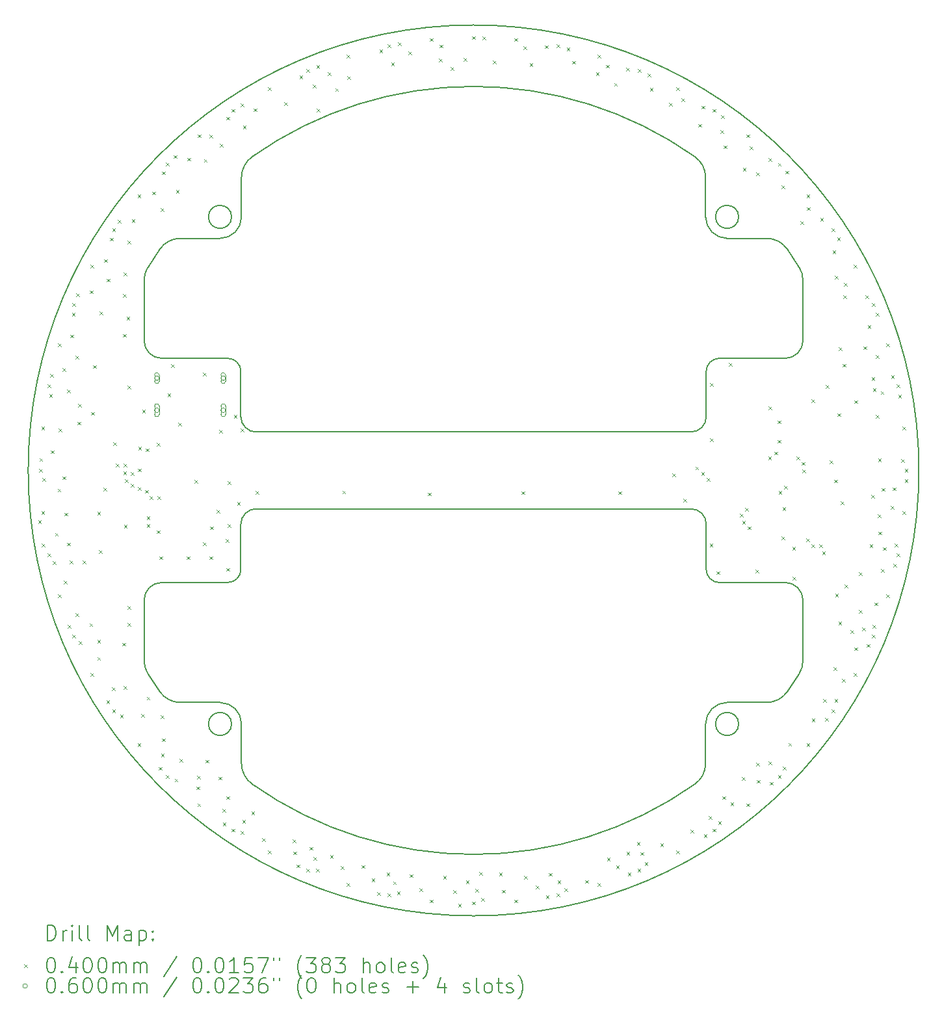
<source format=gbr>
%TF.GenerationSoftware,KiCad,Pcbnew,7.0.11*%
%TF.CreationDate,2025-01-20T01:48:32+09:00*%
%TF.ProjectId,Line,4c696e65-2e6b-4696-9361-645f70636258,rev?*%
%TF.SameCoordinates,Original*%
%TF.FileFunction,Drillmap*%
%TF.FilePolarity,Positive*%
%FSLAX45Y45*%
G04 Gerber Fmt 4.5, Leading zero omitted, Abs format (unit mm)*
G04 Created by KiCad (PCBNEW 7.0.11) date 2025-01-20 01:48:32*
%MOMM*%
%LPD*%
G01*
G04 APERTURE LIST*
%ADD10C,0.200000*%
%ADD11C,0.100000*%
G04 APERTURE END LIST*
D10*
X12409400Y-10660000D02*
X18070235Y-10660000D01*
X12087924Y-13461893D02*
G75*
G03*
X11787924Y-13461893I-150000J0D01*
G01*
X11787924Y-13461893D02*
G75*
G03*
X12087924Y-13461893I150000J0D01*
G01*
X18262129Y-13461893D02*
X18262129Y-13975588D01*
X19325395Y-7277629D02*
X19479809Y-7510005D01*
X18439835Y-8700415D02*
G75*
G03*
X18270235Y-8870018I5J-169605D01*
G01*
X18270240Y-10860000D02*
G75*
G03*
X18070235Y-10660000I-200000J0D01*
G01*
X18262129Y-6344412D02*
X18262129Y-6858107D01*
X18122187Y-14245575D02*
G75*
G03*
X18262129Y-13975588I-190467J269986D01*
G01*
X11154241Y-13042371D02*
X10999826Y-12809995D01*
X10949603Y-8470000D02*
G75*
G03*
X11180020Y-8700418I230418J0D01*
G01*
X11424230Y-7137689D02*
X11937924Y-7137689D01*
X19325396Y-7277629D02*
G75*
G03*
X19055405Y-7137689I-269986J-190471D01*
G01*
X18541711Y-13182309D02*
G75*
G03*
X18262129Y-13461893I-1J-279581D01*
G01*
X11180020Y-11619582D02*
X12039800Y-11619582D01*
X18270238Y-11449982D02*
G75*
G03*
X18439835Y-11619582I169603J3D01*
G01*
X19055405Y-13182311D02*
X18541711Y-13182311D01*
X12409400Y-10660000D02*
G75*
G03*
X12209400Y-10860000I0J-200000D01*
G01*
X12209400Y-11449982D02*
X12209400Y-10860000D01*
X18070235Y-9660000D02*
X12409400Y-9660000D01*
X12217507Y-13975588D02*
G75*
G03*
X12357447Y-14245577I330413J-2D01*
G01*
X18541711Y-7137689D02*
X19055405Y-7137689D01*
X12209402Y-8870018D02*
G75*
G03*
X12039800Y-8700418I-169603J-3D01*
G01*
X19530033Y-11850000D02*
X19530033Y-12634874D01*
X11180020Y-11619582D02*
G75*
G03*
X10949602Y-11850000I0J-230418D01*
G01*
X19530038Y-11850000D02*
G75*
G03*
X19299616Y-11619582I-230418J0D01*
G01*
X12209400Y-9460000D02*
G75*
G03*
X12409400Y-9660000I200000J0D01*
G01*
X18070235Y-9660005D02*
G75*
G03*
X18270235Y-9460000I-5J200005D01*
G01*
X19299616Y-8700423D02*
G75*
G03*
X19530033Y-8470000I-6J230423D01*
G01*
X19055405Y-13182310D02*
G75*
G03*
X19325395Y-13042371I-5J330430D01*
G01*
X12209400Y-9460000D02*
X12209400Y-8870018D01*
X11154240Y-13042371D02*
G75*
G03*
X11424230Y-13182311I269990J190481D01*
G01*
X12039800Y-8700418D02*
X11180020Y-8700418D01*
X18122188Y-6074423D02*
G75*
G03*
X12357447Y-6074423I-2882370J-4085577D01*
G01*
X19479809Y-12809995D02*
X19325395Y-13042371D01*
X18270235Y-8870018D02*
X18270235Y-9460000D01*
X18691711Y-6858107D02*
G75*
G03*
X18391711Y-6858107I-150000J0D01*
G01*
X18391711Y-6858107D02*
G75*
G03*
X18691711Y-6858107I150000J0D01*
G01*
X18262131Y-6858107D02*
G75*
G03*
X18541711Y-7137689I279579J-3D01*
G01*
X12357447Y-6074423D02*
G75*
G03*
X12217507Y-6344412I190473J-269987D01*
G01*
X12039800Y-11619580D02*
G75*
G03*
X12209400Y-11449982I0J169600D01*
G01*
X18270235Y-10860000D02*
X18270235Y-11449982D01*
X12087924Y-6858107D02*
G75*
G03*
X11787924Y-6858107I-150000J0D01*
G01*
X11787924Y-6858107D02*
G75*
G03*
X12087924Y-6858107I150000J0D01*
G01*
X10999828Y-7510006D02*
G75*
G03*
X10949602Y-7685126I280192J-175124D01*
G01*
X10999826Y-7510005D02*
X11154241Y-7277629D01*
X12217507Y-6858107D02*
X12217507Y-6344412D01*
X19299616Y-8700418D02*
X18439835Y-8700418D01*
X12217499Y-13461893D02*
G75*
G03*
X11937924Y-13182311I-279579J3D01*
G01*
X18439835Y-11619582D02*
X19299616Y-11619582D01*
X18691711Y-13461893D02*
G75*
G03*
X18391711Y-13461893I-150000J0D01*
G01*
X18391711Y-13461893D02*
G75*
G03*
X18691711Y-13461893I150000J0D01*
G01*
X21039818Y-10160000D02*
G75*
G03*
X9439818Y-10160000I-5800000J0D01*
G01*
X9439818Y-10160000D02*
G75*
G03*
X21039818Y-10160000I5800000J0D01*
G01*
X11424230Y-7137690D02*
G75*
G03*
X11154241Y-7277629I0J-330420D01*
G01*
X10949602Y-12634874D02*
X10949602Y-11850000D01*
X12217507Y-13975588D02*
X12217507Y-13461893D01*
X11937924Y-7137697D02*
G75*
G03*
X12217507Y-6858107I-4J279587D01*
G01*
X10949600Y-12634874D02*
G75*
G03*
X10999826Y-12809995I330420J4D01*
G01*
X18262126Y-6344412D02*
G75*
G03*
X18122188Y-6074423I-330416J2D01*
G01*
X11937924Y-13182311D02*
X11424230Y-13182311D01*
X19530033Y-7685126D02*
X19530033Y-8470000D01*
X12357447Y-14245577D02*
G75*
G03*
X18122188Y-14245577I2882371J4085577D01*
G01*
X19479811Y-12809996D02*
G75*
G03*
X19530033Y-12634874I-280221J175126D01*
G01*
X10949602Y-8470000D02*
X10949602Y-7685126D01*
X19530034Y-7685126D02*
G75*
G03*
X19479809Y-7510005I-330394J6D01*
G01*
D11*
X9569588Y-10809624D02*
X9609588Y-10849624D01*
X9609588Y-10809624D02*
X9569588Y-10849624D01*
X9584318Y-10139818D02*
X9624318Y-10179818D01*
X9624318Y-10139818D02*
X9584318Y-10179818D01*
X9586000Y-10001000D02*
X9626000Y-10041000D01*
X9626000Y-10001000D02*
X9586000Y-10041000D01*
X9611436Y-10692194D02*
X9651436Y-10732194D01*
X9651436Y-10692194D02*
X9611436Y-10732194D01*
X9611472Y-9587443D02*
X9651472Y-9627443D01*
X9651472Y-9587443D02*
X9611472Y-9627443D01*
X9616000Y-11113000D02*
X9656000Y-11153000D01*
X9656000Y-11113000D02*
X9616000Y-11153000D01*
X9625063Y-10256348D02*
X9665063Y-10296348D01*
X9665063Y-10256348D02*
X9625063Y-10296348D01*
X9692567Y-11239253D02*
X9732567Y-11279253D01*
X9732567Y-11239253D02*
X9692567Y-11279253D01*
X9692638Y-9040390D02*
X9732638Y-9080390D01*
X9732638Y-9040390D02*
X9692638Y-9080390D01*
X9713205Y-9165458D02*
X9753205Y-9205458D01*
X9753205Y-9165458D02*
X9713205Y-9205458D01*
X9723000Y-8906000D02*
X9763000Y-8946000D01*
X9763000Y-8906000D02*
X9723000Y-8946000D01*
X9733220Y-9897516D02*
X9773220Y-9937516D01*
X9773220Y-9897516D02*
X9733220Y-9937516D01*
X9758749Y-11344060D02*
X9798749Y-11384060D01*
X9798749Y-11344060D02*
X9758749Y-11384060D01*
X9789962Y-10972877D02*
X9829962Y-11012877D01*
X9829962Y-10972877D02*
X9789962Y-11012877D01*
X9822000Y-10398000D02*
X9862000Y-10438000D01*
X9862000Y-10398000D02*
X9822000Y-10438000D01*
X9826928Y-11775725D02*
X9866928Y-11815725D01*
X9866928Y-11775725D02*
X9826928Y-11815725D01*
X9827033Y-8503926D02*
X9867033Y-8543926D01*
X9867033Y-8503926D02*
X9827033Y-8543926D01*
X9836000Y-9618000D02*
X9876000Y-9658000D01*
X9876000Y-9618000D02*
X9836000Y-9658000D01*
X9884652Y-8829687D02*
X9924652Y-8869687D01*
X9924652Y-8829687D02*
X9884652Y-8869687D01*
X9885000Y-10237000D02*
X9925000Y-10277000D01*
X9925000Y-10237000D02*
X9885000Y-10277000D01*
X9903000Y-11595000D02*
X9943000Y-11635000D01*
X9943000Y-11595000D02*
X9903000Y-11635000D01*
X9910000Y-10712000D02*
X9950000Y-10752000D01*
X9950000Y-10712000D02*
X9910000Y-10752000D01*
X9944000Y-9109000D02*
X9984000Y-9149000D01*
X9984000Y-9109000D02*
X9944000Y-9149000D01*
X9946000Y-11101000D02*
X9986000Y-11141000D01*
X9986000Y-11101000D02*
X9946000Y-11141000D01*
X9957000Y-12173000D02*
X9997000Y-12213000D01*
X9997000Y-12173000D02*
X9957000Y-12213000D01*
X9981000Y-11334000D02*
X10021000Y-11374000D01*
X10021000Y-11334000D02*
X9981000Y-11374000D01*
X9988000Y-8391000D02*
X10028000Y-8431000D01*
X10028000Y-8391000D02*
X9988000Y-8431000D01*
X10009964Y-8107672D02*
X10049964Y-8147672D01*
X10049964Y-8107672D02*
X10009964Y-8147672D01*
X10013225Y-12296444D02*
X10053225Y-12336444D01*
X10053225Y-12296444D02*
X10013225Y-12336444D01*
X10013364Y-7983219D02*
X10053364Y-8023219D01*
X10053364Y-7983219D02*
X10013364Y-8023219D01*
X10055236Y-12016782D02*
X10095236Y-12056782D01*
X10095236Y-12016782D02*
X10055236Y-12056782D01*
X10057000Y-8666000D02*
X10097000Y-8706000D01*
X10097000Y-8666000D02*
X10057000Y-8706000D01*
X10066000Y-7856000D02*
X10106000Y-7896000D01*
X10106000Y-7856000D02*
X10066000Y-7896000D01*
X10081000Y-9525000D02*
X10121000Y-9565000D01*
X10121000Y-9525000D02*
X10081000Y-9565000D01*
X10091000Y-9293000D02*
X10131000Y-9333000D01*
X10131000Y-9293000D02*
X10091000Y-9333000D01*
X10098646Y-12386310D02*
X10138646Y-12426310D01*
X10138646Y-12386310D02*
X10098646Y-12426310D01*
X10149000Y-11332000D02*
X10189000Y-11372000D01*
X10189000Y-11332000D02*
X10149000Y-11372000D01*
X10237000Y-12150000D02*
X10277000Y-12190000D01*
X10277000Y-12150000D02*
X10237000Y-12190000D01*
X10244474Y-7816794D02*
X10284474Y-7856794D01*
X10284474Y-7816794D02*
X10244474Y-7856794D01*
X10249665Y-12796396D02*
X10289665Y-12836396D01*
X10289665Y-12796396D02*
X10249665Y-12836396D01*
X10249836Y-7483283D02*
X10289836Y-7523283D01*
X10289836Y-7483283D02*
X10249836Y-7523283D01*
X10257000Y-9399000D02*
X10297000Y-9439000D01*
X10297000Y-9399000D02*
X10257000Y-9439000D01*
X10282000Y-8790000D02*
X10322000Y-8830000D01*
X10322000Y-8790000D02*
X10282000Y-8830000D01*
X10339000Y-10697000D02*
X10379000Y-10737000D01*
X10379000Y-10697000D02*
X10339000Y-10737000D01*
X10340000Y-12368000D02*
X10380000Y-12408000D01*
X10380000Y-12368000D02*
X10340000Y-12408000D01*
X10340000Y-12591000D02*
X10380000Y-12631000D01*
X10380000Y-12591000D02*
X10340000Y-12631000D01*
X10358000Y-11201000D02*
X10398000Y-11241000D01*
X10398000Y-11201000D02*
X10358000Y-11241000D01*
X10369000Y-8090000D02*
X10409000Y-8130000D01*
X10409000Y-8090000D02*
X10369000Y-8130000D01*
X10420000Y-10385000D02*
X10460000Y-10425000D01*
X10460000Y-10385000D02*
X10420000Y-10425000D01*
X10428000Y-7409000D02*
X10468000Y-7449000D01*
X10468000Y-7409000D02*
X10428000Y-7449000D01*
X10458000Y-13156000D02*
X10498000Y-13196000D01*
X10498000Y-13156000D02*
X10458000Y-13196000D01*
X10461000Y-7663000D02*
X10501000Y-7703000D01*
X10501000Y-7663000D02*
X10461000Y-7703000D01*
X10506730Y-7130051D02*
X10546730Y-7170051D01*
X10546730Y-7130051D02*
X10506730Y-7170051D01*
X10527299Y-12984047D02*
X10567299Y-13024047D01*
X10567299Y-12984047D02*
X10527299Y-13024047D01*
X10533970Y-13270764D02*
X10573970Y-13310764D01*
X10573970Y-13270764D02*
X10533970Y-13310764D01*
X10534172Y-7008933D02*
X10574172Y-7048933D01*
X10574172Y-7008933D02*
X10534172Y-7048933D01*
X10547853Y-9793170D02*
X10587853Y-9833170D01*
X10587853Y-9793170D02*
X10547853Y-9833170D01*
X10581326Y-10073081D02*
X10621326Y-10113081D01*
X10621326Y-10073081D02*
X10581326Y-10113081D01*
X10607000Y-6895000D02*
X10647000Y-6935000D01*
X10647000Y-6895000D02*
X10607000Y-6935000D01*
X10635274Y-13342246D02*
X10675274Y-13382246D01*
X10675274Y-13342246D02*
X10635274Y-13382246D01*
X10666000Y-12404000D02*
X10706000Y-12444000D01*
X10706000Y-12404000D02*
X10666000Y-12444000D01*
X10674000Y-7862000D02*
X10714000Y-7902000D01*
X10714000Y-7862000D02*
X10674000Y-7902000D01*
X10677000Y-8382000D02*
X10717000Y-8422000D01*
X10717000Y-8382000D02*
X10677000Y-8422000D01*
X10678666Y-10173000D02*
X10718666Y-10213000D01*
X10718666Y-10173000D02*
X10678666Y-10213000D01*
X10681312Y-10071358D02*
X10721312Y-10111358D01*
X10721312Y-10071358D02*
X10681312Y-10111358D01*
X10683000Y-7581000D02*
X10723000Y-7621000D01*
X10723000Y-7581000D02*
X10683000Y-7621000D01*
X10683000Y-12966000D02*
X10723000Y-13006000D01*
X10723000Y-12966000D02*
X10683000Y-13006000D01*
X10686000Y-10869000D02*
X10726000Y-10909000D01*
X10726000Y-10869000D02*
X10686000Y-10909000D01*
X10699570Y-10272783D02*
X10739570Y-10312783D01*
X10739570Y-10272783D02*
X10699570Y-10312783D01*
X10720000Y-8157000D02*
X10760000Y-8197000D01*
X10760000Y-8157000D02*
X10720000Y-8197000D01*
X10731000Y-9056000D02*
X10771000Y-9096000D01*
X10771000Y-9056000D02*
X10731000Y-9096000D01*
X10731000Y-12149000D02*
X10771000Y-12189000D01*
X10771000Y-12149000D02*
X10731000Y-12189000D01*
X10732000Y-11929000D02*
X10772000Y-11969000D01*
X10772000Y-11929000D02*
X10732000Y-11969000D01*
X10733000Y-7167000D02*
X10773000Y-7207000D01*
X10773000Y-7167000D02*
X10733000Y-7207000D01*
X10777399Y-10335534D02*
X10817399Y-10375534D01*
X10817399Y-10335534D02*
X10777399Y-10375534D01*
X10778245Y-10182161D02*
X10818245Y-10222161D01*
X10818245Y-10182161D02*
X10778245Y-10222161D01*
X10789447Y-6888072D02*
X10829447Y-6928072D01*
X10829447Y-6888072D02*
X10789447Y-6928072D01*
X10863402Y-13714982D02*
X10903402Y-13754982D01*
X10903402Y-13714982D02*
X10863402Y-13754982D01*
X10863633Y-6564736D02*
X10903633Y-6604736D01*
X10903633Y-6564736D02*
X10863633Y-6604736D01*
X10866687Y-10135682D02*
X10906687Y-10175682D01*
X10906687Y-10135682D02*
X10866687Y-10175682D01*
X10869051Y-10375534D02*
X10909051Y-10415534D01*
X10909051Y-10375534D02*
X10869051Y-10415534D01*
X10873004Y-9850009D02*
X10913004Y-9890009D01*
X10913004Y-9850009D02*
X10873004Y-9890009D01*
X10912000Y-13332000D02*
X10952000Y-13372000D01*
X10952000Y-13332000D02*
X10912000Y-13372000D01*
X10923000Y-9370000D02*
X10963000Y-9410000D01*
X10963000Y-9370000D02*
X10923000Y-9410000D01*
X10960670Y-10415610D02*
X11000670Y-10455610D01*
X11000670Y-10415610D02*
X10960670Y-10455610D01*
X10970076Y-9873810D02*
X11010076Y-9913810D01*
X11010076Y-9873810D02*
X10970076Y-9913810D01*
X10982000Y-10755610D02*
X11022000Y-10795610D01*
X11022000Y-10755610D02*
X10982000Y-10795610D01*
X10982000Y-10861000D02*
X11022000Y-10901000D01*
X11022000Y-10861000D02*
X10982000Y-10901000D01*
X10983000Y-13108000D02*
X11023000Y-13148000D01*
X11023000Y-13108000D02*
X10983000Y-13148000D01*
X11021614Y-10494781D02*
X11061614Y-10534781D01*
X11061614Y-10494781D02*
X11021614Y-10534781D01*
X11053000Y-6529000D02*
X11093000Y-6569000D01*
X11093000Y-6529000D02*
X11053000Y-6569000D01*
X11114000Y-10939000D02*
X11154000Y-10979000D01*
X11154000Y-10939000D02*
X11114000Y-10979000D01*
X11117000Y-9800400D02*
X11157000Y-9840400D01*
X11157000Y-9800400D02*
X11117000Y-9840400D01*
X11121611Y-10495610D02*
X11161611Y-10535610D01*
X11161611Y-10495610D02*
X11121611Y-10535610D01*
X11138000Y-14023000D02*
X11178000Y-14063000D01*
X11178000Y-14023000D02*
X11138000Y-14063000D01*
X11151000Y-11279000D02*
X11191000Y-11319000D01*
X11191000Y-11279000D02*
X11151000Y-11319000D01*
X11163000Y-13346000D02*
X11203000Y-13386000D01*
X11203000Y-13346000D02*
X11163000Y-13386000D01*
X11166000Y-6747000D02*
X11206000Y-6787000D01*
X11206000Y-6747000D02*
X11166000Y-6787000D01*
X11170092Y-13846976D02*
X11210092Y-13886976D01*
X11210092Y-13846976D02*
X11170092Y-13886976D01*
X11180000Y-13649000D02*
X11220000Y-13689000D01*
X11220000Y-13649000D02*
X11180000Y-13689000D01*
X11181361Y-6266114D02*
X11221361Y-6306114D01*
X11221361Y-6266114D02*
X11181361Y-6306114D01*
X11234789Y-14124771D02*
X11274789Y-14164771D01*
X11274789Y-14124771D02*
X11234789Y-14164771D01*
X11235046Y-6154971D02*
X11275046Y-6194971D01*
X11275046Y-6154971D02*
X11235046Y-6194971D01*
X11255000Y-9160000D02*
X11295000Y-9200000D01*
X11295000Y-9160000D02*
X11255000Y-9200000D01*
X11301000Y-8778000D02*
X11341000Y-8818000D01*
X11341000Y-8778000D02*
X11301000Y-8818000D01*
X11333000Y-6054000D02*
X11373000Y-6094000D01*
X11373000Y-6054000D02*
X11333000Y-6094000D01*
X11348030Y-14175132D02*
X11388030Y-14215132D01*
X11388030Y-14175132D02*
X11348030Y-14215132D01*
X11363000Y-6505000D02*
X11403000Y-6545000D01*
X11403000Y-6505000D02*
X11363000Y-6545000D01*
X11391261Y-9537292D02*
X11431261Y-9577292D01*
X11431261Y-9537292D02*
X11391261Y-9577292D01*
X11410000Y-13916000D02*
X11450000Y-13956000D01*
X11450000Y-13916000D02*
X11410000Y-13956000D01*
X11504000Y-11279000D02*
X11544000Y-11319000D01*
X11544000Y-11279000D02*
X11504000Y-11319000D01*
X11511814Y-6088782D02*
X11551814Y-6128782D01*
X11551814Y-6088782D02*
X11511814Y-6128782D01*
X11606000Y-10283000D02*
X11646000Y-10323000D01*
X11646000Y-10283000D02*
X11606000Y-10323000D01*
X11633000Y-14276000D02*
X11673000Y-14316000D01*
X11673000Y-14276000D02*
X11633000Y-14316000D01*
X11641000Y-14139000D02*
X11681000Y-14179000D01*
X11681000Y-14139000D02*
X11641000Y-14179000D01*
X11644553Y-14496185D02*
X11684553Y-14536185D01*
X11684553Y-14496185D02*
X11644553Y-14536185D01*
X11644835Y-5783584D02*
X11684835Y-5823584D01*
X11684835Y-5783584D02*
X11644835Y-5823584D01*
X11713000Y-8887000D02*
X11753000Y-8927000D01*
X11753000Y-8887000D02*
X11713000Y-8927000D01*
X11713000Y-11098000D02*
X11753000Y-11138000D01*
X11753000Y-11098000D02*
X11713000Y-11138000D01*
X11727000Y-6105000D02*
X11767000Y-6145000D01*
X11767000Y-6105000D02*
X11727000Y-6145000D01*
X11750000Y-13928000D02*
X11790000Y-13968000D01*
X11790000Y-13928000D02*
X11750000Y-13968000D01*
X11802000Y-5786000D02*
X11842000Y-5826000D01*
X11842000Y-5786000D02*
X11802000Y-5826000D01*
X11803000Y-11279000D02*
X11843000Y-11319000D01*
X11843000Y-11279000D02*
X11803000Y-11319000D01*
X11809000Y-10889000D02*
X11849000Y-10929000D01*
X11849000Y-10889000D02*
X11809000Y-10929000D01*
X11894626Y-10675610D02*
X11934626Y-10715610D01*
X11934626Y-10675610D02*
X11894626Y-10715610D01*
X11916000Y-14149000D02*
X11956000Y-14189000D01*
X11956000Y-14149000D02*
X11916000Y-14189000D01*
X11925000Y-9631000D02*
X11965000Y-9671000D01*
X11965000Y-9631000D02*
X11925000Y-9671000D01*
X11936000Y-5908000D02*
X11976000Y-5948000D01*
X11976000Y-5908000D02*
X11936000Y-5948000D01*
X11969623Y-14567910D02*
X12009623Y-14607910D01*
X12009623Y-14567910D02*
X11969623Y-14607910D01*
X11973000Y-14747000D02*
X12013000Y-14787000D01*
X12013000Y-14747000D02*
X11973000Y-14787000D01*
X12014520Y-11051860D02*
X12054520Y-11091860D01*
X12054520Y-11051860D02*
X12014520Y-11091860D01*
X12017583Y-5555468D02*
X12057583Y-5595467D01*
X12057583Y-5555468D02*
X12017583Y-5595467D01*
X12020000Y-11432000D02*
X12060000Y-11472000D01*
X12060000Y-11432000D02*
X12020000Y-11472000D01*
X12023000Y-14403000D02*
X12063000Y-14443000D01*
X12063000Y-14403000D02*
X12023000Y-14443000D01*
X12036000Y-10299000D02*
X12076000Y-10339000D01*
X12076000Y-10299000D02*
X12036000Y-10339000D01*
X12037000Y-10862000D02*
X12077000Y-10902000D01*
X12077000Y-10862000D02*
X12037000Y-10902000D01*
X12088750Y-14825646D02*
X12128750Y-14865646D01*
X12128750Y-14825646D02*
X12088750Y-14865646D01*
X12089053Y-5454152D02*
X12129053Y-5494152D01*
X12129053Y-5454152D02*
X12089053Y-5494152D01*
X12118000Y-9436000D02*
X12158000Y-9476000D01*
X12158000Y-9436000D02*
X12118000Y-9476000D01*
X12161000Y-10574000D02*
X12201000Y-10614000D01*
X12201000Y-10574000D02*
X12161000Y-10614000D01*
X12204000Y-5384000D02*
X12244000Y-5424000D01*
X12244000Y-5384000D02*
X12204000Y-5424000D01*
X12207601Y-14858012D02*
X12247601Y-14898012D01*
X12247601Y-14858012D02*
X12207601Y-14898012D01*
X12209000Y-9616000D02*
X12249000Y-9656000D01*
X12249000Y-9616000D02*
X12209000Y-9656000D01*
X12227932Y-14709294D02*
X12267932Y-14749294D01*
X12267932Y-14709294D02*
X12227932Y-14749294D01*
X12235000Y-5669000D02*
X12275000Y-5709000D01*
X12275000Y-5669000D02*
X12235000Y-5709000D01*
X12345000Y-14599000D02*
X12385000Y-14639000D01*
X12385000Y-14599000D02*
X12345000Y-14639000D01*
X12374067Y-5444791D02*
X12414067Y-5484791D01*
X12414067Y-5444791D02*
X12374067Y-5484791D01*
X12400000Y-10426000D02*
X12440000Y-10466000D01*
X12440000Y-10426000D02*
X12400000Y-10466000D01*
X12483000Y-14952000D02*
X12523000Y-14992000D01*
X12523000Y-14952000D02*
X12483000Y-14992000D01*
X12563101Y-15109981D02*
X12603101Y-15149981D01*
X12603101Y-15109981D02*
X12563101Y-15149981D01*
X12563422Y-5169847D02*
X12603422Y-5209847D01*
X12603422Y-5169847D02*
X12563422Y-5209847D01*
X12775000Y-5362000D02*
X12815000Y-5402000D01*
X12815000Y-5362000D02*
X12775000Y-5402000D01*
X12886000Y-14965000D02*
X12926000Y-15005000D01*
X12926000Y-14965000D02*
X12886000Y-15005000D01*
X12893740Y-15121822D02*
X12933740Y-15161822D01*
X12933740Y-15121822D02*
X12893740Y-15161822D01*
X12935000Y-15292000D02*
X12975000Y-15332000D01*
X12975000Y-15292000D02*
X12935000Y-15332000D01*
X12973501Y-5018760D02*
X13013501Y-5058760D01*
X13013501Y-5018760D02*
X12973501Y-5058760D01*
X13063037Y-15346453D02*
X13103037Y-15386453D01*
X13103037Y-15346453D02*
X13063037Y-15386453D01*
X13063373Y-4933407D02*
X13103373Y-4973407D01*
X13103373Y-4933407D02*
X13063373Y-4973407D01*
X13102000Y-15064000D02*
X13142000Y-15104000D01*
X13142000Y-15064000D02*
X13102000Y-15104000D01*
X13144000Y-5139000D02*
X13184000Y-5179000D01*
X13184000Y-5139000D02*
X13144000Y-5179000D01*
X13154000Y-15193000D02*
X13194000Y-15233000D01*
X13194000Y-15193000D02*
X13154000Y-15233000D01*
X13186979Y-15349629D02*
X13226979Y-15389629D01*
X13226979Y-15349629D02*
X13186979Y-15389629D01*
X13193000Y-4885000D02*
X13233000Y-4925000D01*
X13233000Y-4885000D02*
X13193000Y-4925000D01*
X13199350Y-5446350D02*
X13239350Y-5486350D01*
X13239350Y-5446350D02*
X13199350Y-5486350D01*
X13342296Y-4973500D02*
X13382296Y-5013500D01*
X13382296Y-4973500D02*
X13342296Y-5013500D01*
X13370000Y-15171000D02*
X13410000Y-15211000D01*
X13410000Y-15171000D02*
X13370000Y-15211000D01*
X13438650Y-5183650D02*
X13478650Y-5223650D01*
X13478650Y-5183650D02*
X13438650Y-5223650D01*
X13511000Y-15312000D02*
X13551000Y-15352000D01*
X13551000Y-15312000D02*
X13511000Y-15352000D01*
X13531000Y-10424000D02*
X13571000Y-10464000D01*
X13571000Y-10424000D02*
X13531000Y-10464000D01*
X13583744Y-15532784D02*
X13623744Y-15572784D01*
X13623744Y-15532784D02*
X13583744Y-15572784D01*
X13584093Y-4747110D02*
X13624093Y-4787110D01*
X13624093Y-4747110D02*
X13584093Y-4787110D01*
X13595650Y-5026650D02*
X13635650Y-5066650D01*
X13635650Y-5026650D02*
X13595650Y-5066650D01*
X13779000Y-15301000D02*
X13819000Y-15341000D01*
X13819000Y-15301000D02*
X13779000Y-15341000D01*
X13911936Y-15471722D02*
X13951936Y-15511722D01*
X13951936Y-15471722D02*
X13911936Y-15511722D01*
X13982000Y-15652000D02*
X14022000Y-15692000D01*
X14022000Y-15652000D02*
X13982000Y-15692000D01*
X14013786Y-4679399D02*
X14053786Y-4719399D01*
X14053786Y-4679399D02*
X14013786Y-4719399D01*
X14108000Y-15395000D02*
X14148000Y-15435000D01*
X14148000Y-15395000D02*
X14108000Y-15435000D01*
X14120207Y-15667180D02*
X14160207Y-15707180D01*
X14160207Y-15667180D02*
X14120207Y-15707180D01*
X14120565Y-4612749D02*
X14160565Y-4652749D01*
X14160565Y-4612749D02*
X14120565Y-4652749D01*
X14167000Y-4850000D02*
X14207000Y-4890000D01*
X14207000Y-4850000D02*
X14167000Y-4890000D01*
X14193000Y-15513000D02*
X14233000Y-15553000D01*
X14233000Y-15513000D02*
X14193000Y-15553000D01*
X14242386Y-15646095D02*
X14282386Y-15686095D01*
X14282386Y-15646095D02*
X14242386Y-15686095D01*
X14255000Y-4583000D02*
X14295000Y-4623000D01*
X14295000Y-4583000D02*
X14255000Y-4623000D01*
X14389948Y-4703337D02*
X14429948Y-4743337D01*
X14429948Y-4703337D02*
X14389948Y-4743337D01*
X14406000Y-15418000D02*
X14446000Y-15458000D01*
X14446000Y-15418000D02*
X14406000Y-15458000D01*
X14533000Y-15599000D02*
X14573000Y-15639000D01*
X14573000Y-15599000D02*
X14533000Y-15639000D01*
X14646000Y-10449000D02*
X14686000Y-10489000D01*
X14686000Y-10449000D02*
X14646000Y-10489000D01*
X14667261Y-15748345D02*
X14707261Y-15788345D01*
X14707261Y-15748345D02*
X14667261Y-15788345D01*
X14667623Y-4531619D02*
X14707623Y-4571619D01*
X14707623Y-4531619D02*
X14667623Y-4571619D01*
X14791000Y-4796000D02*
X14831000Y-4836000D01*
X14831000Y-4796000D02*
X14791000Y-4836000D01*
X14799000Y-4616000D02*
X14839000Y-4656000D01*
X14839000Y-4616000D02*
X14799000Y-4656000D01*
X14843000Y-15441000D02*
X14883000Y-15481000D01*
X14883000Y-15441000D02*
X14843000Y-15481000D01*
X14941000Y-4906000D02*
X14981000Y-4946000D01*
X14981000Y-4906000D02*
X14941000Y-4946000D01*
X14977421Y-15626314D02*
X15017421Y-15666314D01*
X15017421Y-15626314D02*
X14977421Y-15666314D01*
X15039000Y-15805000D02*
X15079000Y-15845000D01*
X15079000Y-15805000D02*
X15039000Y-15845000D01*
X15111000Y-4791000D02*
X15151000Y-4831000D01*
X15151000Y-4791000D02*
X15111000Y-4831000D01*
X15139000Y-15502000D02*
X15179000Y-15542000D01*
X15179000Y-15502000D02*
X15139000Y-15542000D01*
X15219635Y-15775500D02*
X15259635Y-15815500D01*
X15259635Y-15775500D02*
X15219635Y-15815500D01*
X15220000Y-4504500D02*
X15260000Y-4544500D01*
X15260000Y-4504500D02*
X15220000Y-4544500D01*
X15261000Y-15608000D02*
X15301000Y-15648000D01*
X15301000Y-15608000D02*
X15261000Y-15648000D01*
X15315000Y-15390000D02*
X15355000Y-15430000D01*
X15355000Y-15390000D02*
X15315000Y-15430000D01*
X15337532Y-15730956D02*
X15377532Y-15770956D01*
X15377532Y-15730956D02*
X15337532Y-15770956D01*
X15359000Y-4508000D02*
X15399000Y-4548000D01*
X15399000Y-4508000D02*
X15359000Y-4548000D01*
X15492000Y-4824000D02*
X15532000Y-4864000D01*
X15532000Y-4824000D02*
X15492000Y-4864000D01*
X15571000Y-15398000D02*
X15611000Y-15438000D01*
X15611000Y-15398000D02*
X15571000Y-15438000D01*
X15609000Y-15621000D02*
X15649000Y-15661000D01*
X15649000Y-15621000D02*
X15609000Y-15661000D01*
X15772012Y-15748381D02*
X15812012Y-15788381D01*
X15812012Y-15748381D02*
X15772012Y-15788381D01*
X15772375Y-4531654D02*
X15812375Y-4571654D01*
X15812375Y-4531654D02*
X15772375Y-4571654D01*
X15861000Y-10432000D02*
X15901000Y-10472000D01*
X15901000Y-10432000D02*
X15861000Y-10472000D01*
X15890000Y-4638000D02*
X15930000Y-4678000D01*
X15930000Y-4638000D02*
X15890000Y-4678000D01*
X15899000Y-15439000D02*
X15939000Y-15479000D01*
X15939000Y-15439000D02*
X15899000Y-15479000D01*
X15970000Y-4857000D02*
X16010000Y-4897000D01*
X16010000Y-4857000D02*
X15970000Y-4897000D01*
X16052496Y-15568698D02*
X16092496Y-15608698D01*
X16092496Y-15568698D02*
X16052496Y-15608698D01*
X16166000Y-4625000D02*
X16206000Y-4665000D01*
X16206000Y-4625000D02*
X16166000Y-4665000D01*
X16182000Y-15693000D02*
X16222000Y-15733000D01*
X16222000Y-15693000D02*
X16182000Y-15733000D01*
X16218000Y-15402000D02*
X16258000Y-15442000D01*
X16258000Y-15402000D02*
X16218000Y-15442000D01*
X16319070Y-15667251D02*
X16359070Y-15707251D01*
X16359070Y-15667251D02*
X16319070Y-15707251D01*
X16319428Y-4612820D02*
X16359428Y-4652820D01*
X16359428Y-4612820D02*
X16319428Y-4652820D01*
X16333150Y-15498698D02*
X16373150Y-15538698D01*
X16373150Y-15498698D02*
X16333150Y-15538698D01*
X16423883Y-15601022D02*
X16463883Y-15641022D01*
X16463883Y-15601022D02*
X16423883Y-15641022D01*
X16453000Y-4654000D02*
X16493000Y-4694000D01*
X16493000Y-4654000D02*
X16453000Y-4694000D01*
X16521893Y-4826156D02*
X16561893Y-4866156D01*
X16561893Y-4826156D02*
X16521893Y-4866156D01*
X16691000Y-15496000D02*
X16731000Y-15536000D01*
X16731000Y-15496000D02*
X16691000Y-15536000D01*
X16834000Y-4976000D02*
X16874000Y-5016000D01*
X16874000Y-4976000D02*
X16834000Y-5016000D01*
X16855542Y-15532890D02*
X16895542Y-15572890D01*
X16895542Y-15532890D02*
X16855542Y-15572890D01*
X16855891Y-4747216D02*
X16895891Y-4787216D01*
X16895891Y-4747216D02*
X16855891Y-4787216D01*
X16966000Y-4877000D02*
X17006000Y-4917000D01*
X17006000Y-4877000D02*
X16966000Y-4917000D01*
X16978000Y-15204000D02*
X17018000Y-15244000D01*
X17018000Y-15204000D02*
X16978000Y-15244000D01*
X17071000Y-5115000D02*
X17111000Y-5155000D01*
X17111000Y-5115000D02*
X17071000Y-5155000D01*
X17095964Y-15302928D02*
X17135964Y-15342928D01*
X17135964Y-15302928D02*
X17095964Y-15342928D01*
X17126000Y-10432000D02*
X17166000Y-10472000D01*
X17166000Y-10432000D02*
X17126000Y-10472000D01*
X17227000Y-4919000D02*
X17267000Y-4959000D01*
X17267000Y-4919000D02*
X17227000Y-4959000D01*
X17231000Y-15127000D02*
X17271000Y-15167000D01*
X17271000Y-15127000D02*
X17231000Y-15167000D01*
X17248000Y-15396000D02*
X17288000Y-15436000D01*
X17288000Y-15396000D02*
X17248000Y-15436000D01*
X17367998Y-14999000D02*
X17407998Y-15039000D01*
X17407998Y-14999000D02*
X17367998Y-15039000D01*
X17376262Y-15346593D02*
X17416262Y-15386593D01*
X17416262Y-15346593D02*
X17376262Y-15386593D01*
X17376599Y-4933547D02*
X17416599Y-4973547D01*
X17416599Y-4933547D02*
X17376599Y-4973547D01*
X17411000Y-15132000D02*
X17451000Y-15172000D01*
X17451000Y-15132000D02*
X17411000Y-15172000D01*
X17467722Y-15263433D02*
X17507722Y-15303433D01*
X17507722Y-15263433D02*
X17467722Y-15303433D01*
X17505000Y-4994000D02*
X17545000Y-5034000D01*
X17545000Y-4994000D02*
X17505000Y-5034000D01*
X17535876Y-5178912D02*
X17575876Y-5218912D01*
X17575876Y-5178912D02*
X17535876Y-5218912D01*
X17671000Y-15019000D02*
X17711000Y-15059000D01*
X17711000Y-15019000D02*
X17671000Y-15059000D01*
X17787000Y-5375000D02*
X17827000Y-5415000D01*
X17827000Y-5375000D02*
X17787000Y-5415000D01*
X17827650Y-10198350D02*
X17867650Y-10238350D01*
X17867650Y-10198350D02*
X17827650Y-10238350D01*
X17876213Y-15110153D02*
X17916213Y-15150153D01*
X17916213Y-15110153D02*
X17876213Y-15150153D01*
X17876535Y-5170019D02*
X17916535Y-5210019D01*
X17916535Y-5170019D02*
X17876535Y-5210019D01*
X17949000Y-5315000D02*
X17989000Y-5355000D01*
X17989000Y-5315000D02*
X17949000Y-5355000D01*
X17971000Y-10531000D02*
X18011000Y-10571000D01*
X18011000Y-10531000D02*
X17971000Y-10571000D01*
X18066369Y-14836469D02*
X18106369Y-14876469D01*
X18106369Y-14836469D02*
X18066369Y-14876469D01*
X18129660Y-10109340D02*
X18169660Y-10149340D01*
X18169660Y-10109340D02*
X18129660Y-10149340D01*
X18165000Y-5648000D02*
X18205000Y-5688000D01*
X18205000Y-5648000D02*
X18165000Y-5688000D01*
X18204660Y-10184340D02*
X18244660Y-10224340D01*
X18244660Y-10184340D02*
X18204660Y-10224340D01*
X18212000Y-5411000D02*
X18252000Y-5451000D01*
X18252000Y-5411000D02*
X18212000Y-5451000D01*
X18239000Y-14897000D02*
X18279000Y-14937000D01*
X18279000Y-14897000D02*
X18239000Y-14937000D01*
X18278656Y-10258336D02*
X18318656Y-10298336D01*
X18318656Y-10258336D02*
X18278656Y-10298336D01*
X18300179Y-14658082D02*
X18340179Y-14698082D01*
X18340179Y-14658082D02*
X18300179Y-14698082D01*
X18315000Y-11115000D02*
X18355000Y-11155000D01*
X18355000Y-11115000D02*
X18315000Y-11155000D01*
X18317000Y-9743000D02*
X18357000Y-9783000D01*
X18357000Y-9743000D02*
X18317000Y-9783000D01*
X18321000Y-9022000D02*
X18361000Y-9062000D01*
X18361000Y-9022000D02*
X18321000Y-9062000D01*
X18350582Y-14825848D02*
X18390582Y-14865848D01*
X18390582Y-14825848D02*
X18350582Y-14865848D01*
X18350885Y-5454354D02*
X18390885Y-5494354D01*
X18390885Y-5454354D02*
X18350885Y-5494354D01*
X18403000Y-11474000D02*
X18443000Y-11514000D01*
X18443000Y-11474000D02*
X18403000Y-11514000D01*
X18426000Y-14728000D02*
X18466000Y-14768000D01*
X18466000Y-14728000D02*
X18426000Y-14768000D01*
X18453247Y-5731837D02*
X18493247Y-5771837D01*
X18493247Y-5731837D02*
X18453247Y-5771837D01*
X18461000Y-5535000D02*
X18501000Y-5575000D01*
X18501000Y-5535000D02*
X18461000Y-5575000D01*
X18482000Y-14403000D02*
X18522000Y-14443000D01*
X18522000Y-14403000D02*
X18482000Y-14443000D01*
X18496000Y-5927000D02*
X18536000Y-5967000D01*
X18536000Y-5927000D02*
X18496000Y-5967000D01*
X18565000Y-8758000D02*
X18605000Y-8798000D01*
X18605000Y-8758000D02*
X18565000Y-8798000D01*
X18587000Y-14482000D02*
X18627000Y-14522000D01*
X18627000Y-14482000D02*
X18587000Y-14522000D01*
X18711346Y-10722443D02*
X18751346Y-10762443D01*
X18751346Y-10722443D02*
X18711346Y-10762443D01*
X18736000Y-14155000D02*
X18776000Y-14195000D01*
X18776000Y-14155000D02*
X18736000Y-14195000D01*
X18738641Y-10818646D02*
X18778641Y-10858646D01*
X18778641Y-10818646D02*
X18738641Y-10858646D01*
X18746000Y-6220000D02*
X18786000Y-6260000D01*
X18786000Y-6220000D02*
X18746000Y-6260000D01*
X18775912Y-10645907D02*
X18815912Y-10685907D01*
X18815912Y-10645907D02*
X18775912Y-10685907D01*
X18794800Y-14496416D02*
X18834800Y-14536416D01*
X18834800Y-14496416D02*
X18794800Y-14536416D01*
X18795082Y-5783815D02*
X18835082Y-5823815D01*
X18835082Y-5783815D02*
X18795082Y-5823815D01*
X18810096Y-10889620D02*
X18850096Y-10929620D01*
X18850096Y-10889620D02*
X18810096Y-10929620D01*
X18834000Y-5941000D02*
X18874000Y-5981000D01*
X18874000Y-5941000D02*
X18834000Y-5981000D01*
X18909000Y-11454000D02*
X18949000Y-11494000D01*
X18949000Y-11454000D02*
X18909000Y-11494000D01*
X18920000Y-6280000D02*
X18960000Y-6320000D01*
X18960000Y-6280000D02*
X18920000Y-6320000D01*
X18921000Y-13965000D02*
X18961000Y-14005000D01*
X18961000Y-13965000D02*
X18921000Y-14005000D01*
X18927905Y-14190890D02*
X18967905Y-14230890D01*
X18967905Y-14190890D02*
X18927905Y-14230890D01*
X19076526Y-9977898D02*
X19116526Y-10017898D01*
X19116526Y-9977898D02*
X19076526Y-10017898D01*
X19080000Y-6090000D02*
X19120000Y-6130000D01*
X19120000Y-6090000D02*
X19080000Y-6130000D01*
X19081000Y-9325380D02*
X19121000Y-9365380D01*
X19121000Y-9325380D02*
X19081000Y-9365380D01*
X19081874Y-13948521D02*
X19121874Y-13988521D01*
X19121874Y-13948521D02*
X19081874Y-13988521D01*
X19101000Y-14216000D02*
X19141000Y-14256000D01*
X19141000Y-14216000D02*
X19101000Y-14256000D01*
X19157000Y-9915000D02*
X19197000Y-9955000D01*
X19197000Y-9915000D02*
X19157000Y-9955000D01*
X19198000Y-9510000D02*
X19238000Y-9550000D01*
X19238000Y-9510000D02*
X19198000Y-9550000D01*
X19199000Y-9762000D02*
X19239000Y-9802000D01*
X19239000Y-9762000D02*
X19199000Y-9802000D01*
X19204589Y-14125029D02*
X19244589Y-14165029D01*
X19244589Y-14125029D02*
X19204589Y-14165029D01*
X19204847Y-6155229D02*
X19244847Y-6195229D01*
X19244847Y-6155229D02*
X19204847Y-6195229D01*
X19212910Y-10429215D02*
X19252910Y-10469215D01*
X19252910Y-10429215D02*
X19212910Y-10469215D01*
X19250260Y-11019880D02*
X19290260Y-11059880D01*
X19290260Y-11019880D02*
X19250260Y-11059880D01*
X19252066Y-6446742D02*
X19292066Y-6486742D01*
X19292066Y-6446742D02*
X19252066Y-6486742D01*
X19263223Y-10639223D02*
X19303223Y-10679223D01*
X19303223Y-10639223D02*
X19263223Y-10679223D01*
X19265000Y-14015000D02*
X19305000Y-14055000D01*
X19305000Y-14015000D02*
X19265000Y-14055000D01*
X19283621Y-10358505D02*
X19323621Y-10398505D01*
X19323621Y-10358505D02*
X19283621Y-10398505D01*
X19300000Y-6258000D02*
X19340000Y-6298000D01*
X19340000Y-6258000D02*
X19300000Y-6298000D01*
X19339000Y-13709000D02*
X19379000Y-13749000D01*
X19379000Y-13709000D02*
X19339000Y-13749000D01*
X19390000Y-11158000D02*
X19430000Y-11198000D01*
X19430000Y-11158000D02*
X19390000Y-11198000D01*
X19396000Y-11548000D02*
X19436000Y-11588000D01*
X19436000Y-11548000D02*
X19396000Y-11588000D01*
X19442525Y-9979435D02*
X19482525Y-10019435D01*
X19482525Y-9979435D02*
X19442525Y-10019435D01*
X19499000Y-6915000D02*
X19539000Y-6955000D01*
X19539000Y-6915000D02*
X19499000Y-6955000D01*
X19513000Y-10050380D02*
X19553000Y-10090380D01*
X19553000Y-10050380D02*
X19513000Y-10090380D01*
X19523000Y-10150131D02*
X19563000Y-10190131D01*
X19563000Y-10150131D02*
X19523000Y-10190131D01*
X19572000Y-11046000D02*
X19612000Y-11086000D01*
X19612000Y-11046000D02*
X19572000Y-11086000D01*
X19576002Y-13715264D02*
X19616002Y-13755264D01*
X19616002Y-13715264D02*
X19576002Y-13755264D01*
X19576234Y-6565018D02*
X19616234Y-6605018D01*
X19616234Y-6565018D02*
X19576234Y-6605018D01*
X19582000Y-6731000D02*
X19622000Y-6771000D01*
X19622000Y-6731000D02*
X19582000Y-6771000D01*
X19642000Y-9234000D02*
X19682000Y-9274000D01*
X19682000Y-9234000D02*
X19642000Y-9274000D01*
X19642000Y-11120566D02*
X19682000Y-11160566D01*
X19682000Y-11120566D02*
X19642000Y-11160566D01*
X19645538Y-13388650D02*
X19685538Y-13428650D01*
X19685538Y-13388650D02*
X19645538Y-13428650D01*
X19741990Y-11122007D02*
X19781990Y-11162007D01*
X19781990Y-11122007D02*
X19741990Y-11162007D01*
X19754823Y-6871419D02*
X19794823Y-6911419D01*
X19794823Y-6871419D02*
X19754823Y-6911419D01*
X19781042Y-11213963D02*
X19821042Y-11253963D01*
X19821042Y-11213963D02*
X19781042Y-11253963D01*
X19795597Y-13139597D02*
X19835597Y-13179597D01*
X19835597Y-13139597D02*
X19795597Y-13179597D01*
X19821000Y-13384000D02*
X19861000Y-13424000D01*
X19861000Y-13384000D02*
X19821000Y-13424000D01*
X19827000Y-9046000D02*
X19867000Y-9086000D01*
X19867000Y-9046000D02*
X19827000Y-9086000D01*
X19877000Y-10032000D02*
X19917000Y-10072000D01*
X19917000Y-10032000D02*
X19877000Y-10072000D01*
X19905463Y-13271068D02*
X19945463Y-13311068D01*
X19945463Y-13271068D02*
X19905463Y-13311068D01*
X19905666Y-7009236D02*
X19945666Y-7049236D01*
X19945666Y-7009236D02*
X19905666Y-7049236D01*
X19916051Y-7293598D02*
X19956051Y-7333598D01*
X19956051Y-7293598D02*
X19916051Y-7333598D01*
X19925000Y-12720000D02*
X19965000Y-12760000D01*
X19965000Y-12720000D02*
X19925000Y-12760000D01*
X19939000Y-10280000D02*
X19979000Y-10320000D01*
X19979000Y-10280000D02*
X19939000Y-10320000D01*
X19941000Y-13140000D02*
X19981000Y-13180000D01*
X19981000Y-13140000D02*
X19941000Y-13180000D01*
X19944000Y-7624000D02*
X19984000Y-7664000D01*
X19984000Y-7624000D02*
X19944000Y-7664000D01*
X19949000Y-11768000D02*
X19989000Y-11808000D01*
X19989000Y-11768000D02*
X19949000Y-11808000D01*
X19975000Y-7126000D02*
X20015000Y-7166000D01*
X20015000Y-7126000D02*
X19975000Y-7166000D01*
X19977000Y-9416000D02*
X20017000Y-9456000D01*
X20017000Y-9416000D02*
X19977000Y-9456000D01*
X19991000Y-12128000D02*
X20031000Y-12168000D01*
X20031000Y-12128000D02*
X19991000Y-12168000D01*
X19994000Y-8556000D02*
X20034000Y-8596000D01*
X20034000Y-8556000D02*
X19994000Y-8596000D01*
X20024000Y-10561000D02*
X20064000Y-10601000D01*
X20064000Y-10561000D02*
X20024000Y-10601000D01*
X20041000Y-12877000D02*
X20081000Y-12917000D01*
X20081000Y-12877000D02*
X20041000Y-12917000D01*
X20048000Y-8773000D02*
X20088000Y-8813000D01*
X20088000Y-8773000D02*
X20048000Y-8813000D01*
X20055000Y-7879000D02*
X20095000Y-7919000D01*
X20095000Y-7879000D02*
X20055000Y-7919000D01*
X20062500Y-7715500D02*
X20102500Y-7755500D01*
X20102500Y-7715500D02*
X20062500Y-7755500D01*
X20075000Y-11644000D02*
X20115000Y-11684000D01*
X20115000Y-11644000D02*
X20075000Y-11684000D01*
X20148000Y-12238000D02*
X20188000Y-12278000D01*
X20188000Y-12238000D02*
X20148000Y-12278000D01*
X20189799Y-12796717D02*
X20229799Y-12836717D01*
X20229799Y-12796717D02*
X20189799Y-12836717D01*
X20189971Y-7483604D02*
X20229971Y-7523604D01*
X20229971Y-7483604D02*
X20189971Y-7523604D01*
X20197007Y-12464022D02*
X20237007Y-12504022D01*
X20237007Y-12464022D02*
X20197007Y-12504022D01*
X20200000Y-9247000D02*
X20240000Y-9287000D01*
X20240000Y-9247000D02*
X20200000Y-9287000D01*
X20256000Y-11978000D02*
X20296000Y-12018000D01*
X20296000Y-11978000D02*
X20256000Y-12018000D01*
X20259000Y-11485000D02*
X20299000Y-11525000D01*
X20299000Y-11485000D02*
X20259000Y-11525000D01*
X20300567Y-12207567D02*
X20340567Y-12247567D01*
X20340567Y-12207567D02*
X20300567Y-12247567D01*
X20318000Y-8545000D02*
X20358000Y-8585000D01*
X20358000Y-8545000D02*
X20318000Y-8585000D01*
X20341000Y-7881000D02*
X20381000Y-7921000D01*
X20381000Y-7881000D02*
X20341000Y-7921000D01*
X20361000Y-12421000D02*
X20401000Y-12461000D01*
X20401000Y-12421000D02*
X20361000Y-12461000D01*
X20372697Y-8267691D02*
X20412697Y-8307691D01*
X20412697Y-8267691D02*
X20372697Y-8307691D01*
X20398000Y-11120000D02*
X20438000Y-11160000D01*
X20438000Y-11120000D02*
X20398000Y-11160000D01*
X20417000Y-10479000D02*
X20457000Y-10519000D01*
X20457000Y-10479000D02*
X20417000Y-10519000D01*
X20424000Y-8949000D02*
X20464000Y-8989000D01*
X20464000Y-8949000D02*
X20424000Y-8989000D01*
X20426271Y-12296781D02*
X20466271Y-12336781D01*
X20466271Y-12296781D02*
X20426271Y-12336781D01*
X20426410Y-7983556D02*
X20466410Y-8023556D01*
X20466410Y-7983556D02*
X20426410Y-8023556D01*
X20433532Y-12173597D02*
X20473532Y-12213597D01*
X20473532Y-12173597D02*
X20433532Y-12213597D01*
X20441000Y-9092000D02*
X20481000Y-9132000D01*
X20481000Y-9092000D02*
X20441000Y-9132000D01*
X20459000Y-11879000D02*
X20499000Y-11919000D01*
X20499000Y-11879000D02*
X20459000Y-11919000D01*
X20478000Y-8657000D02*
X20518000Y-8697000D01*
X20518000Y-8657000D02*
X20478000Y-8697000D01*
X20478000Y-9437000D02*
X20518000Y-9477000D01*
X20518000Y-9437000D02*
X20478000Y-9477000D01*
X20479000Y-8108000D02*
X20519000Y-8148000D01*
X20519000Y-8108000D02*
X20479000Y-8148000D01*
X20505000Y-10732000D02*
X20545000Y-10772000D01*
X20545000Y-10732000D02*
X20505000Y-10772000D01*
X20509000Y-10002000D02*
X20549000Y-10042000D01*
X20549000Y-10002000D02*
X20509000Y-10042000D01*
X20510000Y-10957000D02*
X20550000Y-10997000D01*
X20550000Y-10957000D02*
X20510000Y-10997000D01*
X20541000Y-9128793D02*
X20581000Y-9168793D01*
X20581000Y-9128793D02*
X20541000Y-9168793D01*
X20544237Y-11445954D02*
X20584237Y-11485954D01*
X20584237Y-11445954D02*
X20544237Y-11485954D01*
X20553000Y-10389000D02*
X20593000Y-10429000D01*
X20593000Y-10389000D02*
X20553000Y-10429000D01*
X20574000Y-11161000D02*
X20614000Y-11201000D01*
X20614000Y-11161000D02*
X20574000Y-11201000D01*
X20612602Y-11776074D02*
X20652602Y-11816074D01*
X20652602Y-11776074D02*
X20612602Y-11816074D01*
X20612708Y-8504275D02*
X20652708Y-8544275D01*
X20652708Y-8504275D02*
X20612708Y-8544275D01*
X20670826Y-10625356D02*
X20710826Y-10665356D01*
X20710826Y-10625356D02*
X20670826Y-10665356D01*
X20676893Y-8919124D02*
X20716893Y-8959124D01*
X20716893Y-8919124D02*
X20676893Y-8959124D01*
X20696596Y-10382110D02*
X20736596Y-10422110D01*
X20736596Y-10382110D02*
X20696596Y-10422110D01*
X20710000Y-11375000D02*
X20750000Y-11415000D01*
X20750000Y-11375000D02*
X20710000Y-11415000D01*
X20726508Y-11114058D02*
X20766508Y-11154058D01*
X20766508Y-11114058D02*
X20726508Y-11154058D01*
X20746997Y-11239610D02*
X20786997Y-11279610D01*
X20786997Y-11239610D02*
X20746997Y-11279610D01*
X20747069Y-9040747D02*
X20787069Y-9080747D01*
X20787069Y-9040747D02*
X20747069Y-9080747D01*
X20770000Y-9177000D02*
X20810000Y-9217000D01*
X20810000Y-9177000D02*
X20770000Y-9217000D01*
X20810465Y-10013919D02*
X20850465Y-10053919D01*
X20850465Y-10013919D02*
X20810465Y-10053919D01*
X20828163Y-10692557D02*
X20868163Y-10732557D01*
X20868163Y-10692557D02*
X20828163Y-10732557D01*
X20828199Y-9587806D02*
X20868199Y-9627806D01*
X20868199Y-9587806D02*
X20828199Y-9627806D01*
X20854000Y-10276000D02*
X20894000Y-10316000D01*
X20894000Y-10276000D02*
X20854000Y-10316000D01*
X20855318Y-10140182D02*
X20895318Y-10180182D01*
X20895318Y-10140182D02*
X20855318Y-10180182D01*
X11145356Y-8958580D02*
G75*
G03*
X11085356Y-8958580I-30000J0D01*
G01*
X11085356Y-8958580D02*
G75*
G03*
X11145356Y-8958580I30000J0D01*
G01*
X11145356Y-8998580D02*
X11145356Y-8918580D01*
X11145356Y-8918580D02*
G75*
G03*
X11085356Y-8918580I-30000J0D01*
G01*
X11085356Y-8918580D02*
X11085356Y-8998580D01*
X11085356Y-8998580D02*
G75*
G03*
X11145356Y-8998580I30000J0D01*
G01*
X11145356Y-9376580D02*
G75*
G03*
X11085356Y-9376580I-30000J0D01*
G01*
X11085356Y-9376580D02*
G75*
G03*
X11145356Y-9376580I30000J0D01*
G01*
X11145356Y-9431580D02*
X11145356Y-9321580D01*
X11145356Y-9321580D02*
G75*
G03*
X11085356Y-9321580I-30000J0D01*
G01*
X11085356Y-9321580D02*
X11085356Y-9431580D01*
X11085356Y-9431580D02*
G75*
G03*
X11145356Y-9431580I30000J0D01*
G01*
X12009356Y-8958580D02*
G75*
G03*
X11949356Y-8958580I-30000J0D01*
G01*
X11949356Y-8958580D02*
G75*
G03*
X12009356Y-8958580I30000J0D01*
G01*
X12009356Y-8998580D02*
X12009356Y-8918580D01*
X12009356Y-8918580D02*
G75*
G03*
X11949356Y-8918580I-30000J0D01*
G01*
X11949356Y-8918580D02*
X11949356Y-8998580D01*
X11949356Y-8998580D02*
G75*
G03*
X12009356Y-8998580I30000J0D01*
G01*
X12009356Y-9376580D02*
G75*
G03*
X11949356Y-9376580I-30000J0D01*
G01*
X11949356Y-9376580D02*
G75*
G03*
X12009356Y-9376580I30000J0D01*
G01*
X12009356Y-9431580D02*
X12009356Y-9321580D01*
X12009356Y-9321580D02*
G75*
G03*
X11949356Y-9321580I-30000J0D01*
G01*
X11949356Y-9321580D02*
X11949356Y-9431580D01*
X11949356Y-9431580D02*
G75*
G03*
X12009356Y-9431580I30000J0D01*
G01*
D10*
X9690594Y-16281484D02*
X9690594Y-16081484D01*
X9690594Y-16081484D02*
X9738213Y-16081484D01*
X9738213Y-16081484D02*
X9766785Y-16091008D01*
X9766785Y-16091008D02*
X9785833Y-16110055D01*
X9785833Y-16110055D02*
X9795356Y-16129103D01*
X9795356Y-16129103D02*
X9804880Y-16167198D01*
X9804880Y-16167198D02*
X9804880Y-16195769D01*
X9804880Y-16195769D02*
X9795356Y-16233865D01*
X9795356Y-16233865D02*
X9785833Y-16252912D01*
X9785833Y-16252912D02*
X9766785Y-16271960D01*
X9766785Y-16271960D02*
X9738213Y-16281484D01*
X9738213Y-16281484D02*
X9690594Y-16281484D01*
X9890594Y-16281484D02*
X9890594Y-16148150D01*
X9890594Y-16186246D02*
X9900118Y-16167198D01*
X9900118Y-16167198D02*
X9909642Y-16157674D01*
X9909642Y-16157674D02*
X9928690Y-16148150D01*
X9928690Y-16148150D02*
X9947737Y-16148150D01*
X10014404Y-16281484D02*
X10014404Y-16148150D01*
X10014404Y-16081484D02*
X10004880Y-16091008D01*
X10004880Y-16091008D02*
X10014404Y-16100531D01*
X10014404Y-16100531D02*
X10023928Y-16091008D01*
X10023928Y-16091008D02*
X10014404Y-16081484D01*
X10014404Y-16081484D02*
X10014404Y-16100531D01*
X10138213Y-16281484D02*
X10119166Y-16271960D01*
X10119166Y-16271960D02*
X10109642Y-16252912D01*
X10109642Y-16252912D02*
X10109642Y-16081484D01*
X10242975Y-16281484D02*
X10223928Y-16271960D01*
X10223928Y-16271960D02*
X10214404Y-16252912D01*
X10214404Y-16252912D02*
X10214404Y-16081484D01*
X10471547Y-16281484D02*
X10471547Y-16081484D01*
X10471547Y-16081484D02*
X10538214Y-16224341D01*
X10538214Y-16224341D02*
X10604880Y-16081484D01*
X10604880Y-16081484D02*
X10604880Y-16281484D01*
X10785833Y-16281484D02*
X10785833Y-16176722D01*
X10785833Y-16176722D02*
X10776309Y-16157674D01*
X10776309Y-16157674D02*
X10757261Y-16148150D01*
X10757261Y-16148150D02*
X10719166Y-16148150D01*
X10719166Y-16148150D02*
X10700118Y-16157674D01*
X10785833Y-16271960D02*
X10766785Y-16281484D01*
X10766785Y-16281484D02*
X10719166Y-16281484D01*
X10719166Y-16281484D02*
X10700118Y-16271960D01*
X10700118Y-16271960D02*
X10690594Y-16252912D01*
X10690594Y-16252912D02*
X10690594Y-16233865D01*
X10690594Y-16233865D02*
X10700118Y-16214817D01*
X10700118Y-16214817D02*
X10719166Y-16205293D01*
X10719166Y-16205293D02*
X10766785Y-16205293D01*
X10766785Y-16205293D02*
X10785833Y-16195769D01*
X10881071Y-16148150D02*
X10881071Y-16348150D01*
X10881071Y-16157674D02*
X10900118Y-16148150D01*
X10900118Y-16148150D02*
X10938214Y-16148150D01*
X10938214Y-16148150D02*
X10957261Y-16157674D01*
X10957261Y-16157674D02*
X10966785Y-16167198D01*
X10966785Y-16167198D02*
X10976309Y-16186246D01*
X10976309Y-16186246D02*
X10976309Y-16243388D01*
X10976309Y-16243388D02*
X10966785Y-16262436D01*
X10966785Y-16262436D02*
X10957261Y-16271960D01*
X10957261Y-16271960D02*
X10938214Y-16281484D01*
X10938214Y-16281484D02*
X10900118Y-16281484D01*
X10900118Y-16281484D02*
X10881071Y-16271960D01*
X11062023Y-16262436D02*
X11071547Y-16271960D01*
X11071547Y-16271960D02*
X11062023Y-16281484D01*
X11062023Y-16281484D02*
X11052499Y-16271960D01*
X11052499Y-16271960D02*
X11062023Y-16262436D01*
X11062023Y-16262436D02*
X11062023Y-16281484D01*
X11062023Y-16157674D02*
X11071547Y-16167198D01*
X11071547Y-16167198D02*
X11062023Y-16176722D01*
X11062023Y-16176722D02*
X11052499Y-16167198D01*
X11052499Y-16167198D02*
X11062023Y-16157674D01*
X11062023Y-16157674D02*
X11062023Y-16176722D01*
D11*
X9389818Y-16590000D02*
X9429818Y-16630000D01*
X9429818Y-16590000D02*
X9389818Y-16630000D01*
D10*
X9728690Y-16501484D02*
X9747737Y-16501484D01*
X9747737Y-16501484D02*
X9766785Y-16511008D01*
X9766785Y-16511008D02*
X9776309Y-16520531D01*
X9776309Y-16520531D02*
X9785833Y-16539579D01*
X9785833Y-16539579D02*
X9795356Y-16577674D01*
X9795356Y-16577674D02*
X9795356Y-16625293D01*
X9795356Y-16625293D02*
X9785833Y-16663388D01*
X9785833Y-16663388D02*
X9776309Y-16682436D01*
X9776309Y-16682436D02*
X9766785Y-16691960D01*
X9766785Y-16691960D02*
X9747737Y-16701484D01*
X9747737Y-16701484D02*
X9728690Y-16701484D01*
X9728690Y-16701484D02*
X9709642Y-16691960D01*
X9709642Y-16691960D02*
X9700118Y-16682436D01*
X9700118Y-16682436D02*
X9690594Y-16663388D01*
X9690594Y-16663388D02*
X9681071Y-16625293D01*
X9681071Y-16625293D02*
X9681071Y-16577674D01*
X9681071Y-16577674D02*
X9690594Y-16539579D01*
X9690594Y-16539579D02*
X9700118Y-16520531D01*
X9700118Y-16520531D02*
X9709642Y-16511008D01*
X9709642Y-16511008D02*
X9728690Y-16501484D01*
X9881071Y-16682436D02*
X9890594Y-16691960D01*
X9890594Y-16691960D02*
X9881071Y-16701484D01*
X9881071Y-16701484D02*
X9871547Y-16691960D01*
X9871547Y-16691960D02*
X9881071Y-16682436D01*
X9881071Y-16682436D02*
X9881071Y-16701484D01*
X10062023Y-16568150D02*
X10062023Y-16701484D01*
X10014404Y-16491960D02*
X9966785Y-16634817D01*
X9966785Y-16634817D02*
X10090594Y-16634817D01*
X10204880Y-16501484D02*
X10223928Y-16501484D01*
X10223928Y-16501484D02*
X10242975Y-16511008D01*
X10242975Y-16511008D02*
X10252499Y-16520531D01*
X10252499Y-16520531D02*
X10262023Y-16539579D01*
X10262023Y-16539579D02*
X10271547Y-16577674D01*
X10271547Y-16577674D02*
X10271547Y-16625293D01*
X10271547Y-16625293D02*
X10262023Y-16663388D01*
X10262023Y-16663388D02*
X10252499Y-16682436D01*
X10252499Y-16682436D02*
X10242975Y-16691960D01*
X10242975Y-16691960D02*
X10223928Y-16701484D01*
X10223928Y-16701484D02*
X10204880Y-16701484D01*
X10204880Y-16701484D02*
X10185833Y-16691960D01*
X10185833Y-16691960D02*
X10176309Y-16682436D01*
X10176309Y-16682436D02*
X10166785Y-16663388D01*
X10166785Y-16663388D02*
X10157261Y-16625293D01*
X10157261Y-16625293D02*
X10157261Y-16577674D01*
X10157261Y-16577674D02*
X10166785Y-16539579D01*
X10166785Y-16539579D02*
X10176309Y-16520531D01*
X10176309Y-16520531D02*
X10185833Y-16511008D01*
X10185833Y-16511008D02*
X10204880Y-16501484D01*
X10395356Y-16501484D02*
X10414404Y-16501484D01*
X10414404Y-16501484D02*
X10433452Y-16511008D01*
X10433452Y-16511008D02*
X10442975Y-16520531D01*
X10442975Y-16520531D02*
X10452499Y-16539579D01*
X10452499Y-16539579D02*
X10462023Y-16577674D01*
X10462023Y-16577674D02*
X10462023Y-16625293D01*
X10462023Y-16625293D02*
X10452499Y-16663388D01*
X10452499Y-16663388D02*
X10442975Y-16682436D01*
X10442975Y-16682436D02*
X10433452Y-16691960D01*
X10433452Y-16691960D02*
X10414404Y-16701484D01*
X10414404Y-16701484D02*
X10395356Y-16701484D01*
X10395356Y-16701484D02*
X10376309Y-16691960D01*
X10376309Y-16691960D02*
X10366785Y-16682436D01*
X10366785Y-16682436D02*
X10357261Y-16663388D01*
X10357261Y-16663388D02*
X10347737Y-16625293D01*
X10347737Y-16625293D02*
X10347737Y-16577674D01*
X10347737Y-16577674D02*
X10357261Y-16539579D01*
X10357261Y-16539579D02*
X10366785Y-16520531D01*
X10366785Y-16520531D02*
X10376309Y-16511008D01*
X10376309Y-16511008D02*
X10395356Y-16501484D01*
X10547737Y-16701484D02*
X10547737Y-16568150D01*
X10547737Y-16587198D02*
X10557261Y-16577674D01*
X10557261Y-16577674D02*
X10576309Y-16568150D01*
X10576309Y-16568150D02*
X10604880Y-16568150D01*
X10604880Y-16568150D02*
X10623928Y-16577674D01*
X10623928Y-16577674D02*
X10633452Y-16596722D01*
X10633452Y-16596722D02*
X10633452Y-16701484D01*
X10633452Y-16596722D02*
X10642975Y-16577674D01*
X10642975Y-16577674D02*
X10662023Y-16568150D01*
X10662023Y-16568150D02*
X10690594Y-16568150D01*
X10690594Y-16568150D02*
X10709642Y-16577674D01*
X10709642Y-16577674D02*
X10719166Y-16596722D01*
X10719166Y-16596722D02*
X10719166Y-16701484D01*
X10814404Y-16701484D02*
X10814404Y-16568150D01*
X10814404Y-16587198D02*
X10823928Y-16577674D01*
X10823928Y-16577674D02*
X10842975Y-16568150D01*
X10842975Y-16568150D02*
X10871547Y-16568150D01*
X10871547Y-16568150D02*
X10890595Y-16577674D01*
X10890595Y-16577674D02*
X10900118Y-16596722D01*
X10900118Y-16596722D02*
X10900118Y-16701484D01*
X10900118Y-16596722D02*
X10909642Y-16577674D01*
X10909642Y-16577674D02*
X10928690Y-16568150D01*
X10928690Y-16568150D02*
X10957261Y-16568150D01*
X10957261Y-16568150D02*
X10976309Y-16577674D01*
X10976309Y-16577674D02*
X10985833Y-16596722D01*
X10985833Y-16596722D02*
X10985833Y-16701484D01*
X11376309Y-16491960D02*
X11204880Y-16749103D01*
X11633452Y-16501484D02*
X11652499Y-16501484D01*
X11652499Y-16501484D02*
X11671547Y-16511008D01*
X11671547Y-16511008D02*
X11681071Y-16520531D01*
X11681071Y-16520531D02*
X11690595Y-16539579D01*
X11690595Y-16539579D02*
X11700118Y-16577674D01*
X11700118Y-16577674D02*
X11700118Y-16625293D01*
X11700118Y-16625293D02*
X11690595Y-16663388D01*
X11690595Y-16663388D02*
X11681071Y-16682436D01*
X11681071Y-16682436D02*
X11671547Y-16691960D01*
X11671547Y-16691960D02*
X11652499Y-16701484D01*
X11652499Y-16701484D02*
X11633452Y-16701484D01*
X11633452Y-16701484D02*
X11614404Y-16691960D01*
X11614404Y-16691960D02*
X11604880Y-16682436D01*
X11604880Y-16682436D02*
X11595356Y-16663388D01*
X11595356Y-16663388D02*
X11585833Y-16625293D01*
X11585833Y-16625293D02*
X11585833Y-16577674D01*
X11585833Y-16577674D02*
X11595356Y-16539579D01*
X11595356Y-16539579D02*
X11604880Y-16520531D01*
X11604880Y-16520531D02*
X11614404Y-16511008D01*
X11614404Y-16511008D02*
X11633452Y-16501484D01*
X11785833Y-16682436D02*
X11795356Y-16691960D01*
X11795356Y-16691960D02*
X11785833Y-16701484D01*
X11785833Y-16701484D02*
X11776309Y-16691960D01*
X11776309Y-16691960D02*
X11785833Y-16682436D01*
X11785833Y-16682436D02*
X11785833Y-16701484D01*
X11919166Y-16501484D02*
X11938214Y-16501484D01*
X11938214Y-16501484D02*
X11957261Y-16511008D01*
X11957261Y-16511008D02*
X11966785Y-16520531D01*
X11966785Y-16520531D02*
X11976309Y-16539579D01*
X11976309Y-16539579D02*
X11985833Y-16577674D01*
X11985833Y-16577674D02*
X11985833Y-16625293D01*
X11985833Y-16625293D02*
X11976309Y-16663388D01*
X11976309Y-16663388D02*
X11966785Y-16682436D01*
X11966785Y-16682436D02*
X11957261Y-16691960D01*
X11957261Y-16691960D02*
X11938214Y-16701484D01*
X11938214Y-16701484D02*
X11919166Y-16701484D01*
X11919166Y-16701484D02*
X11900118Y-16691960D01*
X11900118Y-16691960D02*
X11890595Y-16682436D01*
X11890595Y-16682436D02*
X11881071Y-16663388D01*
X11881071Y-16663388D02*
X11871547Y-16625293D01*
X11871547Y-16625293D02*
X11871547Y-16577674D01*
X11871547Y-16577674D02*
X11881071Y-16539579D01*
X11881071Y-16539579D02*
X11890595Y-16520531D01*
X11890595Y-16520531D02*
X11900118Y-16511008D01*
X11900118Y-16511008D02*
X11919166Y-16501484D01*
X12176309Y-16701484D02*
X12062023Y-16701484D01*
X12119166Y-16701484D02*
X12119166Y-16501484D01*
X12119166Y-16501484D02*
X12100118Y-16530055D01*
X12100118Y-16530055D02*
X12081071Y-16549103D01*
X12081071Y-16549103D02*
X12062023Y-16558627D01*
X12357261Y-16501484D02*
X12262023Y-16501484D01*
X12262023Y-16501484D02*
X12252499Y-16596722D01*
X12252499Y-16596722D02*
X12262023Y-16587198D01*
X12262023Y-16587198D02*
X12281071Y-16577674D01*
X12281071Y-16577674D02*
X12328690Y-16577674D01*
X12328690Y-16577674D02*
X12347737Y-16587198D01*
X12347737Y-16587198D02*
X12357261Y-16596722D01*
X12357261Y-16596722D02*
X12366785Y-16615769D01*
X12366785Y-16615769D02*
X12366785Y-16663388D01*
X12366785Y-16663388D02*
X12357261Y-16682436D01*
X12357261Y-16682436D02*
X12347737Y-16691960D01*
X12347737Y-16691960D02*
X12328690Y-16701484D01*
X12328690Y-16701484D02*
X12281071Y-16701484D01*
X12281071Y-16701484D02*
X12262023Y-16691960D01*
X12262023Y-16691960D02*
X12252499Y-16682436D01*
X12433452Y-16501484D02*
X12566785Y-16501484D01*
X12566785Y-16501484D02*
X12481071Y-16701484D01*
X12633452Y-16501484D02*
X12633452Y-16539579D01*
X12709642Y-16501484D02*
X12709642Y-16539579D01*
X13004880Y-16777674D02*
X12995357Y-16768150D01*
X12995357Y-16768150D02*
X12976309Y-16739579D01*
X12976309Y-16739579D02*
X12966785Y-16720531D01*
X12966785Y-16720531D02*
X12957261Y-16691960D01*
X12957261Y-16691960D02*
X12947738Y-16644341D01*
X12947738Y-16644341D02*
X12947738Y-16606246D01*
X12947738Y-16606246D02*
X12957261Y-16558627D01*
X12957261Y-16558627D02*
X12966785Y-16530055D01*
X12966785Y-16530055D02*
X12976309Y-16511008D01*
X12976309Y-16511008D02*
X12995357Y-16482436D01*
X12995357Y-16482436D02*
X13004880Y-16472912D01*
X13062023Y-16501484D02*
X13185833Y-16501484D01*
X13185833Y-16501484D02*
X13119166Y-16577674D01*
X13119166Y-16577674D02*
X13147738Y-16577674D01*
X13147738Y-16577674D02*
X13166785Y-16587198D01*
X13166785Y-16587198D02*
X13176309Y-16596722D01*
X13176309Y-16596722D02*
X13185833Y-16615769D01*
X13185833Y-16615769D02*
X13185833Y-16663388D01*
X13185833Y-16663388D02*
X13176309Y-16682436D01*
X13176309Y-16682436D02*
X13166785Y-16691960D01*
X13166785Y-16691960D02*
X13147738Y-16701484D01*
X13147738Y-16701484D02*
X13090595Y-16701484D01*
X13090595Y-16701484D02*
X13071547Y-16691960D01*
X13071547Y-16691960D02*
X13062023Y-16682436D01*
X13300118Y-16587198D02*
X13281071Y-16577674D01*
X13281071Y-16577674D02*
X13271547Y-16568150D01*
X13271547Y-16568150D02*
X13262023Y-16549103D01*
X13262023Y-16549103D02*
X13262023Y-16539579D01*
X13262023Y-16539579D02*
X13271547Y-16520531D01*
X13271547Y-16520531D02*
X13281071Y-16511008D01*
X13281071Y-16511008D02*
X13300118Y-16501484D01*
X13300118Y-16501484D02*
X13338214Y-16501484D01*
X13338214Y-16501484D02*
X13357261Y-16511008D01*
X13357261Y-16511008D02*
X13366785Y-16520531D01*
X13366785Y-16520531D02*
X13376309Y-16539579D01*
X13376309Y-16539579D02*
X13376309Y-16549103D01*
X13376309Y-16549103D02*
X13366785Y-16568150D01*
X13366785Y-16568150D02*
X13357261Y-16577674D01*
X13357261Y-16577674D02*
X13338214Y-16587198D01*
X13338214Y-16587198D02*
X13300118Y-16587198D01*
X13300118Y-16587198D02*
X13281071Y-16596722D01*
X13281071Y-16596722D02*
X13271547Y-16606246D01*
X13271547Y-16606246D02*
X13262023Y-16625293D01*
X13262023Y-16625293D02*
X13262023Y-16663388D01*
X13262023Y-16663388D02*
X13271547Y-16682436D01*
X13271547Y-16682436D02*
X13281071Y-16691960D01*
X13281071Y-16691960D02*
X13300118Y-16701484D01*
X13300118Y-16701484D02*
X13338214Y-16701484D01*
X13338214Y-16701484D02*
X13357261Y-16691960D01*
X13357261Y-16691960D02*
X13366785Y-16682436D01*
X13366785Y-16682436D02*
X13376309Y-16663388D01*
X13376309Y-16663388D02*
X13376309Y-16625293D01*
X13376309Y-16625293D02*
X13366785Y-16606246D01*
X13366785Y-16606246D02*
X13357261Y-16596722D01*
X13357261Y-16596722D02*
X13338214Y-16587198D01*
X13442976Y-16501484D02*
X13566785Y-16501484D01*
X13566785Y-16501484D02*
X13500118Y-16577674D01*
X13500118Y-16577674D02*
X13528690Y-16577674D01*
X13528690Y-16577674D02*
X13547738Y-16587198D01*
X13547738Y-16587198D02*
X13557261Y-16596722D01*
X13557261Y-16596722D02*
X13566785Y-16615769D01*
X13566785Y-16615769D02*
X13566785Y-16663388D01*
X13566785Y-16663388D02*
X13557261Y-16682436D01*
X13557261Y-16682436D02*
X13547738Y-16691960D01*
X13547738Y-16691960D02*
X13528690Y-16701484D01*
X13528690Y-16701484D02*
X13471547Y-16701484D01*
X13471547Y-16701484D02*
X13452499Y-16691960D01*
X13452499Y-16691960D02*
X13442976Y-16682436D01*
X13804880Y-16701484D02*
X13804880Y-16501484D01*
X13890595Y-16701484D02*
X13890595Y-16596722D01*
X13890595Y-16596722D02*
X13881071Y-16577674D01*
X13881071Y-16577674D02*
X13862023Y-16568150D01*
X13862023Y-16568150D02*
X13833452Y-16568150D01*
X13833452Y-16568150D02*
X13814404Y-16577674D01*
X13814404Y-16577674D02*
X13804880Y-16587198D01*
X14014404Y-16701484D02*
X13995357Y-16691960D01*
X13995357Y-16691960D02*
X13985833Y-16682436D01*
X13985833Y-16682436D02*
X13976309Y-16663388D01*
X13976309Y-16663388D02*
X13976309Y-16606246D01*
X13976309Y-16606246D02*
X13985833Y-16587198D01*
X13985833Y-16587198D02*
X13995357Y-16577674D01*
X13995357Y-16577674D02*
X14014404Y-16568150D01*
X14014404Y-16568150D02*
X14042976Y-16568150D01*
X14042976Y-16568150D02*
X14062023Y-16577674D01*
X14062023Y-16577674D02*
X14071547Y-16587198D01*
X14071547Y-16587198D02*
X14081071Y-16606246D01*
X14081071Y-16606246D02*
X14081071Y-16663388D01*
X14081071Y-16663388D02*
X14071547Y-16682436D01*
X14071547Y-16682436D02*
X14062023Y-16691960D01*
X14062023Y-16691960D02*
X14042976Y-16701484D01*
X14042976Y-16701484D02*
X14014404Y-16701484D01*
X14195357Y-16701484D02*
X14176309Y-16691960D01*
X14176309Y-16691960D02*
X14166785Y-16672912D01*
X14166785Y-16672912D02*
X14166785Y-16501484D01*
X14347738Y-16691960D02*
X14328690Y-16701484D01*
X14328690Y-16701484D02*
X14290595Y-16701484D01*
X14290595Y-16701484D02*
X14271547Y-16691960D01*
X14271547Y-16691960D02*
X14262023Y-16672912D01*
X14262023Y-16672912D02*
X14262023Y-16596722D01*
X14262023Y-16596722D02*
X14271547Y-16577674D01*
X14271547Y-16577674D02*
X14290595Y-16568150D01*
X14290595Y-16568150D02*
X14328690Y-16568150D01*
X14328690Y-16568150D02*
X14347738Y-16577674D01*
X14347738Y-16577674D02*
X14357261Y-16596722D01*
X14357261Y-16596722D02*
X14357261Y-16615769D01*
X14357261Y-16615769D02*
X14262023Y-16634817D01*
X14433452Y-16691960D02*
X14452500Y-16701484D01*
X14452500Y-16701484D02*
X14490595Y-16701484D01*
X14490595Y-16701484D02*
X14509642Y-16691960D01*
X14509642Y-16691960D02*
X14519166Y-16672912D01*
X14519166Y-16672912D02*
X14519166Y-16663388D01*
X14519166Y-16663388D02*
X14509642Y-16644341D01*
X14509642Y-16644341D02*
X14490595Y-16634817D01*
X14490595Y-16634817D02*
X14462023Y-16634817D01*
X14462023Y-16634817D02*
X14442976Y-16625293D01*
X14442976Y-16625293D02*
X14433452Y-16606246D01*
X14433452Y-16606246D02*
X14433452Y-16596722D01*
X14433452Y-16596722D02*
X14442976Y-16577674D01*
X14442976Y-16577674D02*
X14462023Y-16568150D01*
X14462023Y-16568150D02*
X14490595Y-16568150D01*
X14490595Y-16568150D02*
X14509642Y-16577674D01*
X14585833Y-16777674D02*
X14595357Y-16768150D01*
X14595357Y-16768150D02*
X14614404Y-16739579D01*
X14614404Y-16739579D02*
X14623928Y-16720531D01*
X14623928Y-16720531D02*
X14633452Y-16691960D01*
X14633452Y-16691960D02*
X14642976Y-16644341D01*
X14642976Y-16644341D02*
X14642976Y-16606246D01*
X14642976Y-16606246D02*
X14633452Y-16558627D01*
X14633452Y-16558627D02*
X14623928Y-16530055D01*
X14623928Y-16530055D02*
X14614404Y-16511008D01*
X14614404Y-16511008D02*
X14595357Y-16482436D01*
X14595357Y-16482436D02*
X14585833Y-16472912D01*
D11*
X9429818Y-16874000D02*
G75*
G03*
X9369818Y-16874000I-30000J0D01*
G01*
X9369818Y-16874000D02*
G75*
G03*
X9429818Y-16874000I30000J0D01*
G01*
D10*
X9728690Y-16765484D02*
X9747737Y-16765484D01*
X9747737Y-16765484D02*
X9766785Y-16775008D01*
X9766785Y-16775008D02*
X9776309Y-16784531D01*
X9776309Y-16784531D02*
X9785833Y-16803579D01*
X9785833Y-16803579D02*
X9795356Y-16841674D01*
X9795356Y-16841674D02*
X9795356Y-16889293D01*
X9795356Y-16889293D02*
X9785833Y-16927389D01*
X9785833Y-16927389D02*
X9776309Y-16946436D01*
X9776309Y-16946436D02*
X9766785Y-16955960D01*
X9766785Y-16955960D02*
X9747737Y-16965484D01*
X9747737Y-16965484D02*
X9728690Y-16965484D01*
X9728690Y-16965484D02*
X9709642Y-16955960D01*
X9709642Y-16955960D02*
X9700118Y-16946436D01*
X9700118Y-16946436D02*
X9690594Y-16927389D01*
X9690594Y-16927389D02*
X9681071Y-16889293D01*
X9681071Y-16889293D02*
X9681071Y-16841674D01*
X9681071Y-16841674D02*
X9690594Y-16803579D01*
X9690594Y-16803579D02*
X9700118Y-16784531D01*
X9700118Y-16784531D02*
X9709642Y-16775008D01*
X9709642Y-16775008D02*
X9728690Y-16765484D01*
X9881071Y-16946436D02*
X9890594Y-16955960D01*
X9890594Y-16955960D02*
X9881071Y-16965484D01*
X9881071Y-16965484D02*
X9871547Y-16955960D01*
X9871547Y-16955960D02*
X9881071Y-16946436D01*
X9881071Y-16946436D02*
X9881071Y-16965484D01*
X10062023Y-16765484D02*
X10023928Y-16765484D01*
X10023928Y-16765484D02*
X10004880Y-16775008D01*
X10004880Y-16775008D02*
X9995356Y-16784531D01*
X9995356Y-16784531D02*
X9976309Y-16813103D01*
X9976309Y-16813103D02*
X9966785Y-16851198D01*
X9966785Y-16851198D02*
X9966785Y-16927389D01*
X9966785Y-16927389D02*
X9976309Y-16946436D01*
X9976309Y-16946436D02*
X9985833Y-16955960D01*
X9985833Y-16955960D02*
X10004880Y-16965484D01*
X10004880Y-16965484D02*
X10042975Y-16965484D01*
X10042975Y-16965484D02*
X10062023Y-16955960D01*
X10062023Y-16955960D02*
X10071547Y-16946436D01*
X10071547Y-16946436D02*
X10081071Y-16927389D01*
X10081071Y-16927389D02*
X10081071Y-16879770D01*
X10081071Y-16879770D02*
X10071547Y-16860722D01*
X10071547Y-16860722D02*
X10062023Y-16851198D01*
X10062023Y-16851198D02*
X10042975Y-16841674D01*
X10042975Y-16841674D02*
X10004880Y-16841674D01*
X10004880Y-16841674D02*
X9985833Y-16851198D01*
X9985833Y-16851198D02*
X9976309Y-16860722D01*
X9976309Y-16860722D02*
X9966785Y-16879770D01*
X10204880Y-16765484D02*
X10223928Y-16765484D01*
X10223928Y-16765484D02*
X10242975Y-16775008D01*
X10242975Y-16775008D02*
X10252499Y-16784531D01*
X10252499Y-16784531D02*
X10262023Y-16803579D01*
X10262023Y-16803579D02*
X10271547Y-16841674D01*
X10271547Y-16841674D02*
X10271547Y-16889293D01*
X10271547Y-16889293D02*
X10262023Y-16927389D01*
X10262023Y-16927389D02*
X10252499Y-16946436D01*
X10252499Y-16946436D02*
X10242975Y-16955960D01*
X10242975Y-16955960D02*
X10223928Y-16965484D01*
X10223928Y-16965484D02*
X10204880Y-16965484D01*
X10204880Y-16965484D02*
X10185833Y-16955960D01*
X10185833Y-16955960D02*
X10176309Y-16946436D01*
X10176309Y-16946436D02*
X10166785Y-16927389D01*
X10166785Y-16927389D02*
X10157261Y-16889293D01*
X10157261Y-16889293D02*
X10157261Y-16841674D01*
X10157261Y-16841674D02*
X10166785Y-16803579D01*
X10166785Y-16803579D02*
X10176309Y-16784531D01*
X10176309Y-16784531D02*
X10185833Y-16775008D01*
X10185833Y-16775008D02*
X10204880Y-16765484D01*
X10395356Y-16765484D02*
X10414404Y-16765484D01*
X10414404Y-16765484D02*
X10433452Y-16775008D01*
X10433452Y-16775008D02*
X10442975Y-16784531D01*
X10442975Y-16784531D02*
X10452499Y-16803579D01*
X10452499Y-16803579D02*
X10462023Y-16841674D01*
X10462023Y-16841674D02*
X10462023Y-16889293D01*
X10462023Y-16889293D02*
X10452499Y-16927389D01*
X10452499Y-16927389D02*
X10442975Y-16946436D01*
X10442975Y-16946436D02*
X10433452Y-16955960D01*
X10433452Y-16955960D02*
X10414404Y-16965484D01*
X10414404Y-16965484D02*
X10395356Y-16965484D01*
X10395356Y-16965484D02*
X10376309Y-16955960D01*
X10376309Y-16955960D02*
X10366785Y-16946436D01*
X10366785Y-16946436D02*
X10357261Y-16927389D01*
X10357261Y-16927389D02*
X10347737Y-16889293D01*
X10347737Y-16889293D02*
X10347737Y-16841674D01*
X10347737Y-16841674D02*
X10357261Y-16803579D01*
X10357261Y-16803579D02*
X10366785Y-16784531D01*
X10366785Y-16784531D02*
X10376309Y-16775008D01*
X10376309Y-16775008D02*
X10395356Y-16765484D01*
X10547737Y-16965484D02*
X10547737Y-16832150D01*
X10547737Y-16851198D02*
X10557261Y-16841674D01*
X10557261Y-16841674D02*
X10576309Y-16832150D01*
X10576309Y-16832150D02*
X10604880Y-16832150D01*
X10604880Y-16832150D02*
X10623928Y-16841674D01*
X10623928Y-16841674D02*
X10633452Y-16860722D01*
X10633452Y-16860722D02*
X10633452Y-16965484D01*
X10633452Y-16860722D02*
X10642975Y-16841674D01*
X10642975Y-16841674D02*
X10662023Y-16832150D01*
X10662023Y-16832150D02*
X10690594Y-16832150D01*
X10690594Y-16832150D02*
X10709642Y-16841674D01*
X10709642Y-16841674D02*
X10719166Y-16860722D01*
X10719166Y-16860722D02*
X10719166Y-16965484D01*
X10814404Y-16965484D02*
X10814404Y-16832150D01*
X10814404Y-16851198D02*
X10823928Y-16841674D01*
X10823928Y-16841674D02*
X10842975Y-16832150D01*
X10842975Y-16832150D02*
X10871547Y-16832150D01*
X10871547Y-16832150D02*
X10890595Y-16841674D01*
X10890595Y-16841674D02*
X10900118Y-16860722D01*
X10900118Y-16860722D02*
X10900118Y-16965484D01*
X10900118Y-16860722D02*
X10909642Y-16841674D01*
X10909642Y-16841674D02*
X10928690Y-16832150D01*
X10928690Y-16832150D02*
X10957261Y-16832150D01*
X10957261Y-16832150D02*
X10976309Y-16841674D01*
X10976309Y-16841674D02*
X10985833Y-16860722D01*
X10985833Y-16860722D02*
X10985833Y-16965484D01*
X11376309Y-16755960D02*
X11204880Y-17013103D01*
X11633452Y-16765484D02*
X11652499Y-16765484D01*
X11652499Y-16765484D02*
X11671547Y-16775008D01*
X11671547Y-16775008D02*
X11681071Y-16784531D01*
X11681071Y-16784531D02*
X11690595Y-16803579D01*
X11690595Y-16803579D02*
X11700118Y-16841674D01*
X11700118Y-16841674D02*
X11700118Y-16889293D01*
X11700118Y-16889293D02*
X11690595Y-16927389D01*
X11690595Y-16927389D02*
X11681071Y-16946436D01*
X11681071Y-16946436D02*
X11671547Y-16955960D01*
X11671547Y-16955960D02*
X11652499Y-16965484D01*
X11652499Y-16965484D02*
X11633452Y-16965484D01*
X11633452Y-16965484D02*
X11614404Y-16955960D01*
X11614404Y-16955960D02*
X11604880Y-16946436D01*
X11604880Y-16946436D02*
X11595356Y-16927389D01*
X11595356Y-16927389D02*
X11585833Y-16889293D01*
X11585833Y-16889293D02*
X11585833Y-16841674D01*
X11585833Y-16841674D02*
X11595356Y-16803579D01*
X11595356Y-16803579D02*
X11604880Y-16784531D01*
X11604880Y-16784531D02*
X11614404Y-16775008D01*
X11614404Y-16775008D02*
X11633452Y-16765484D01*
X11785833Y-16946436D02*
X11795356Y-16955960D01*
X11795356Y-16955960D02*
X11785833Y-16965484D01*
X11785833Y-16965484D02*
X11776309Y-16955960D01*
X11776309Y-16955960D02*
X11785833Y-16946436D01*
X11785833Y-16946436D02*
X11785833Y-16965484D01*
X11919166Y-16765484D02*
X11938214Y-16765484D01*
X11938214Y-16765484D02*
X11957261Y-16775008D01*
X11957261Y-16775008D02*
X11966785Y-16784531D01*
X11966785Y-16784531D02*
X11976309Y-16803579D01*
X11976309Y-16803579D02*
X11985833Y-16841674D01*
X11985833Y-16841674D02*
X11985833Y-16889293D01*
X11985833Y-16889293D02*
X11976309Y-16927389D01*
X11976309Y-16927389D02*
X11966785Y-16946436D01*
X11966785Y-16946436D02*
X11957261Y-16955960D01*
X11957261Y-16955960D02*
X11938214Y-16965484D01*
X11938214Y-16965484D02*
X11919166Y-16965484D01*
X11919166Y-16965484D02*
X11900118Y-16955960D01*
X11900118Y-16955960D02*
X11890595Y-16946436D01*
X11890595Y-16946436D02*
X11881071Y-16927389D01*
X11881071Y-16927389D02*
X11871547Y-16889293D01*
X11871547Y-16889293D02*
X11871547Y-16841674D01*
X11871547Y-16841674D02*
X11881071Y-16803579D01*
X11881071Y-16803579D02*
X11890595Y-16784531D01*
X11890595Y-16784531D02*
X11900118Y-16775008D01*
X11900118Y-16775008D02*
X11919166Y-16765484D01*
X12062023Y-16784531D02*
X12071547Y-16775008D01*
X12071547Y-16775008D02*
X12090595Y-16765484D01*
X12090595Y-16765484D02*
X12138214Y-16765484D01*
X12138214Y-16765484D02*
X12157261Y-16775008D01*
X12157261Y-16775008D02*
X12166785Y-16784531D01*
X12166785Y-16784531D02*
X12176309Y-16803579D01*
X12176309Y-16803579D02*
X12176309Y-16822627D01*
X12176309Y-16822627D02*
X12166785Y-16851198D01*
X12166785Y-16851198D02*
X12052499Y-16965484D01*
X12052499Y-16965484D02*
X12176309Y-16965484D01*
X12242976Y-16765484D02*
X12366785Y-16765484D01*
X12366785Y-16765484D02*
X12300118Y-16841674D01*
X12300118Y-16841674D02*
X12328690Y-16841674D01*
X12328690Y-16841674D02*
X12347737Y-16851198D01*
X12347737Y-16851198D02*
X12357261Y-16860722D01*
X12357261Y-16860722D02*
X12366785Y-16879770D01*
X12366785Y-16879770D02*
X12366785Y-16927389D01*
X12366785Y-16927389D02*
X12357261Y-16946436D01*
X12357261Y-16946436D02*
X12347737Y-16955960D01*
X12347737Y-16955960D02*
X12328690Y-16965484D01*
X12328690Y-16965484D02*
X12271547Y-16965484D01*
X12271547Y-16965484D02*
X12252499Y-16955960D01*
X12252499Y-16955960D02*
X12242976Y-16946436D01*
X12538214Y-16765484D02*
X12500118Y-16765484D01*
X12500118Y-16765484D02*
X12481071Y-16775008D01*
X12481071Y-16775008D02*
X12471547Y-16784531D01*
X12471547Y-16784531D02*
X12452499Y-16813103D01*
X12452499Y-16813103D02*
X12442976Y-16851198D01*
X12442976Y-16851198D02*
X12442976Y-16927389D01*
X12442976Y-16927389D02*
X12452499Y-16946436D01*
X12452499Y-16946436D02*
X12462023Y-16955960D01*
X12462023Y-16955960D02*
X12481071Y-16965484D01*
X12481071Y-16965484D02*
X12519166Y-16965484D01*
X12519166Y-16965484D02*
X12538214Y-16955960D01*
X12538214Y-16955960D02*
X12547737Y-16946436D01*
X12547737Y-16946436D02*
X12557261Y-16927389D01*
X12557261Y-16927389D02*
X12557261Y-16879770D01*
X12557261Y-16879770D02*
X12547737Y-16860722D01*
X12547737Y-16860722D02*
X12538214Y-16851198D01*
X12538214Y-16851198D02*
X12519166Y-16841674D01*
X12519166Y-16841674D02*
X12481071Y-16841674D01*
X12481071Y-16841674D02*
X12462023Y-16851198D01*
X12462023Y-16851198D02*
X12452499Y-16860722D01*
X12452499Y-16860722D02*
X12442976Y-16879770D01*
X12633452Y-16765484D02*
X12633452Y-16803579D01*
X12709642Y-16765484D02*
X12709642Y-16803579D01*
X13004880Y-17041674D02*
X12995357Y-17032150D01*
X12995357Y-17032150D02*
X12976309Y-17003579D01*
X12976309Y-17003579D02*
X12966785Y-16984531D01*
X12966785Y-16984531D02*
X12957261Y-16955960D01*
X12957261Y-16955960D02*
X12947738Y-16908341D01*
X12947738Y-16908341D02*
X12947738Y-16870246D01*
X12947738Y-16870246D02*
X12957261Y-16822627D01*
X12957261Y-16822627D02*
X12966785Y-16794055D01*
X12966785Y-16794055D02*
X12976309Y-16775008D01*
X12976309Y-16775008D02*
X12995357Y-16746436D01*
X12995357Y-16746436D02*
X13004880Y-16736912D01*
X13119166Y-16765484D02*
X13138214Y-16765484D01*
X13138214Y-16765484D02*
X13157261Y-16775008D01*
X13157261Y-16775008D02*
X13166785Y-16784531D01*
X13166785Y-16784531D02*
X13176309Y-16803579D01*
X13176309Y-16803579D02*
X13185833Y-16841674D01*
X13185833Y-16841674D02*
X13185833Y-16889293D01*
X13185833Y-16889293D02*
X13176309Y-16927389D01*
X13176309Y-16927389D02*
X13166785Y-16946436D01*
X13166785Y-16946436D02*
X13157261Y-16955960D01*
X13157261Y-16955960D02*
X13138214Y-16965484D01*
X13138214Y-16965484D02*
X13119166Y-16965484D01*
X13119166Y-16965484D02*
X13100118Y-16955960D01*
X13100118Y-16955960D02*
X13090595Y-16946436D01*
X13090595Y-16946436D02*
X13081071Y-16927389D01*
X13081071Y-16927389D02*
X13071547Y-16889293D01*
X13071547Y-16889293D02*
X13071547Y-16841674D01*
X13071547Y-16841674D02*
X13081071Y-16803579D01*
X13081071Y-16803579D02*
X13090595Y-16784531D01*
X13090595Y-16784531D02*
X13100118Y-16775008D01*
X13100118Y-16775008D02*
X13119166Y-16765484D01*
X13423928Y-16965484D02*
X13423928Y-16765484D01*
X13509642Y-16965484D02*
X13509642Y-16860722D01*
X13509642Y-16860722D02*
X13500119Y-16841674D01*
X13500119Y-16841674D02*
X13481071Y-16832150D01*
X13481071Y-16832150D02*
X13452499Y-16832150D01*
X13452499Y-16832150D02*
X13433452Y-16841674D01*
X13433452Y-16841674D02*
X13423928Y-16851198D01*
X13633452Y-16965484D02*
X13614404Y-16955960D01*
X13614404Y-16955960D02*
X13604880Y-16946436D01*
X13604880Y-16946436D02*
X13595357Y-16927389D01*
X13595357Y-16927389D02*
X13595357Y-16870246D01*
X13595357Y-16870246D02*
X13604880Y-16851198D01*
X13604880Y-16851198D02*
X13614404Y-16841674D01*
X13614404Y-16841674D02*
X13633452Y-16832150D01*
X13633452Y-16832150D02*
X13662023Y-16832150D01*
X13662023Y-16832150D02*
X13681071Y-16841674D01*
X13681071Y-16841674D02*
X13690595Y-16851198D01*
X13690595Y-16851198D02*
X13700119Y-16870246D01*
X13700119Y-16870246D02*
X13700119Y-16927389D01*
X13700119Y-16927389D02*
X13690595Y-16946436D01*
X13690595Y-16946436D02*
X13681071Y-16955960D01*
X13681071Y-16955960D02*
X13662023Y-16965484D01*
X13662023Y-16965484D02*
X13633452Y-16965484D01*
X13814404Y-16965484D02*
X13795357Y-16955960D01*
X13795357Y-16955960D02*
X13785833Y-16936912D01*
X13785833Y-16936912D02*
X13785833Y-16765484D01*
X13966785Y-16955960D02*
X13947738Y-16965484D01*
X13947738Y-16965484D02*
X13909642Y-16965484D01*
X13909642Y-16965484D02*
X13890595Y-16955960D01*
X13890595Y-16955960D02*
X13881071Y-16936912D01*
X13881071Y-16936912D02*
X13881071Y-16860722D01*
X13881071Y-16860722D02*
X13890595Y-16841674D01*
X13890595Y-16841674D02*
X13909642Y-16832150D01*
X13909642Y-16832150D02*
X13947738Y-16832150D01*
X13947738Y-16832150D02*
X13966785Y-16841674D01*
X13966785Y-16841674D02*
X13976309Y-16860722D01*
X13976309Y-16860722D02*
X13976309Y-16879770D01*
X13976309Y-16879770D02*
X13881071Y-16898817D01*
X14052500Y-16955960D02*
X14071547Y-16965484D01*
X14071547Y-16965484D02*
X14109642Y-16965484D01*
X14109642Y-16965484D02*
X14128690Y-16955960D01*
X14128690Y-16955960D02*
X14138214Y-16936912D01*
X14138214Y-16936912D02*
X14138214Y-16927389D01*
X14138214Y-16927389D02*
X14128690Y-16908341D01*
X14128690Y-16908341D02*
X14109642Y-16898817D01*
X14109642Y-16898817D02*
X14081071Y-16898817D01*
X14081071Y-16898817D02*
X14062023Y-16889293D01*
X14062023Y-16889293D02*
X14052500Y-16870246D01*
X14052500Y-16870246D02*
X14052500Y-16860722D01*
X14052500Y-16860722D02*
X14062023Y-16841674D01*
X14062023Y-16841674D02*
X14081071Y-16832150D01*
X14081071Y-16832150D02*
X14109642Y-16832150D01*
X14109642Y-16832150D02*
X14128690Y-16841674D01*
X14376309Y-16889293D02*
X14528690Y-16889293D01*
X14452500Y-16965484D02*
X14452500Y-16813103D01*
X14862023Y-16832150D02*
X14862023Y-16965484D01*
X14814404Y-16755960D02*
X14766785Y-16898817D01*
X14766785Y-16898817D02*
X14890595Y-16898817D01*
X15109643Y-16955960D02*
X15128690Y-16965484D01*
X15128690Y-16965484D02*
X15166785Y-16965484D01*
X15166785Y-16965484D02*
X15185833Y-16955960D01*
X15185833Y-16955960D02*
X15195357Y-16936912D01*
X15195357Y-16936912D02*
X15195357Y-16927389D01*
X15195357Y-16927389D02*
X15185833Y-16908341D01*
X15185833Y-16908341D02*
X15166785Y-16898817D01*
X15166785Y-16898817D02*
X15138214Y-16898817D01*
X15138214Y-16898817D02*
X15119166Y-16889293D01*
X15119166Y-16889293D02*
X15109643Y-16870246D01*
X15109643Y-16870246D02*
X15109643Y-16860722D01*
X15109643Y-16860722D02*
X15119166Y-16841674D01*
X15119166Y-16841674D02*
X15138214Y-16832150D01*
X15138214Y-16832150D02*
X15166785Y-16832150D01*
X15166785Y-16832150D02*
X15185833Y-16841674D01*
X15309643Y-16965484D02*
X15290595Y-16955960D01*
X15290595Y-16955960D02*
X15281071Y-16936912D01*
X15281071Y-16936912D02*
X15281071Y-16765484D01*
X15414404Y-16965484D02*
X15395357Y-16955960D01*
X15395357Y-16955960D02*
X15385833Y-16946436D01*
X15385833Y-16946436D02*
X15376309Y-16927389D01*
X15376309Y-16927389D02*
X15376309Y-16870246D01*
X15376309Y-16870246D02*
X15385833Y-16851198D01*
X15385833Y-16851198D02*
X15395357Y-16841674D01*
X15395357Y-16841674D02*
X15414404Y-16832150D01*
X15414404Y-16832150D02*
X15442976Y-16832150D01*
X15442976Y-16832150D02*
X15462024Y-16841674D01*
X15462024Y-16841674D02*
X15471547Y-16851198D01*
X15471547Y-16851198D02*
X15481071Y-16870246D01*
X15481071Y-16870246D02*
X15481071Y-16927389D01*
X15481071Y-16927389D02*
X15471547Y-16946436D01*
X15471547Y-16946436D02*
X15462024Y-16955960D01*
X15462024Y-16955960D02*
X15442976Y-16965484D01*
X15442976Y-16965484D02*
X15414404Y-16965484D01*
X15538214Y-16832150D02*
X15614404Y-16832150D01*
X15566785Y-16765484D02*
X15566785Y-16936912D01*
X15566785Y-16936912D02*
X15576309Y-16955960D01*
X15576309Y-16955960D02*
X15595357Y-16965484D01*
X15595357Y-16965484D02*
X15614404Y-16965484D01*
X15671547Y-16955960D02*
X15690595Y-16965484D01*
X15690595Y-16965484D02*
X15728690Y-16965484D01*
X15728690Y-16965484D02*
X15747738Y-16955960D01*
X15747738Y-16955960D02*
X15757262Y-16936912D01*
X15757262Y-16936912D02*
X15757262Y-16927389D01*
X15757262Y-16927389D02*
X15747738Y-16908341D01*
X15747738Y-16908341D02*
X15728690Y-16898817D01*
X15728690Y-16898817D02*
X15700119Y-16898817D01*
X15700119Y-16898817D02*
X15681071Y-16889293D01*
X15681071Y-16889293D02*
X15671547Y-16870246D01*
X15671547Y-16870246D02*
X15671547Y-16860722D01*
X15671547Y-16860722D02*
X15681071Y-16841674D01*
X15681071Y-16841674D02*
X15700119Y-16832150D01*
X15700119Y-16832150D02*
X15728690Y-16832150D01*
X15728690Y-16832150D02*
X15747738Y-16841674D01*
X15823928Y-17041674D02*
X15833452Y-17032150D01*
X15833452Y-17032150D02*
X15852500Y-17003579D01*
X15852500Y-17003579D02*
X15862024Y-16984531D01*
X15862024Y-16984531D02*
X15871547Y-16955960D01*
X15871547Y-16955960D02*
X15881071Y-16908341D01*
X15881071Y-16908341D02*
X15881071Y-16870246D01*
X15881071Y-16870246D02*
X15871547Y-16822627D01*
X15871547Y-16822627D02*
X15862024Y-16794055D01*
X15862024Y-16794055D02*
X15852500Y-16775008D01*
X15852500Y-16775008D02*
X15833452Y-16746436D01*
X15833452Y-16746436D02*
X15823928Y-16736912D01*
M02*

</source>
